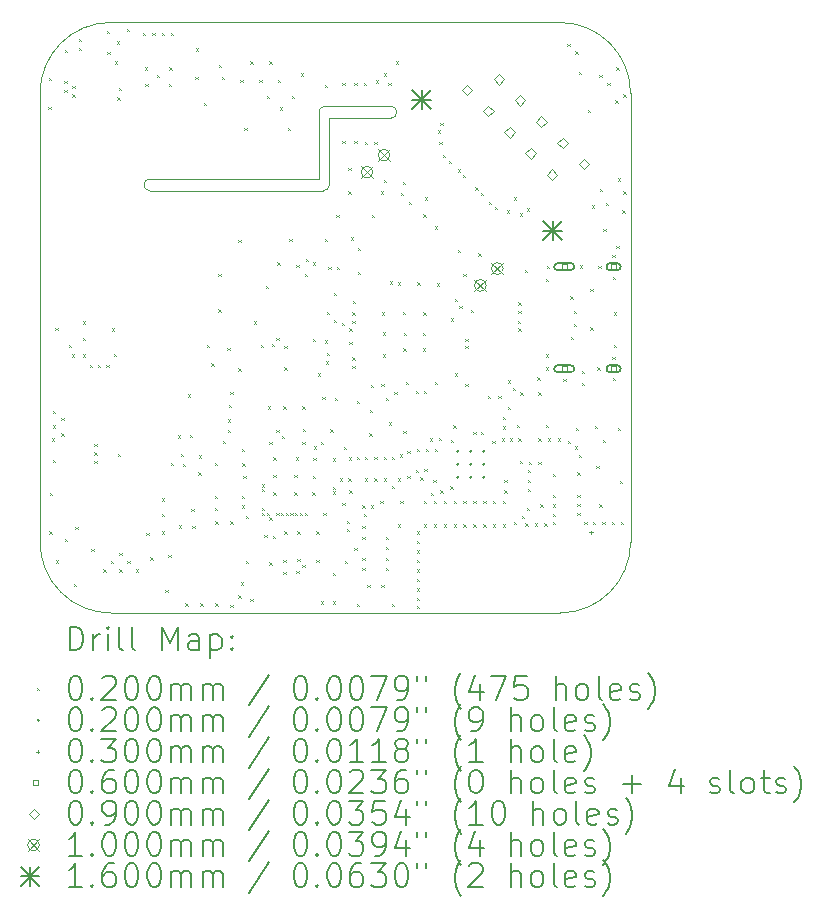
<source format=gbr>
%TF.GenerationSoftware,KiCad,Pcbnew,(6.0.9)*%
%TF.CreationDate,2022-11-26T18:32:48+01:00*%
%TF.ProjectId,repeat-hw,72657065-6174-42d6-9877-2e6b69636164,rev?*%
%TF.SameCoordinates,Original*%
%TF.FileFunction,Drillmap*%
%TF.FilePolarity,Positive*%
%FSLAX45Y45*%
G04 Gerber Fmt 4.5, Leading zero omitted, Abs format (unit mm)*
G04 Created by KiCad (PCBNEW (6.0.9)) date 2022-11-26 18:32:48*
%MOMM*%
%LPD*%
G01*
G04 APERTURE LIST*
%ADD10C,0.100000*%
%ADD11C,0.200000*%
%ADD12C,0.020000*%
%ADD13C,0.030000*%
%ADD14C,0.060000*%
%ADD15C,0.090000*%
%ADD16C,0.160000*%
G04 APERTURE END LIST*
D10*
X14010000Y-9285000D02*
G75*
G03*
X14010000Y-9385000I0J-50000D01*
G01*
X17480000Y-12960000D02*
G75*
G03*
X18080000Y-12360000I0J600000D01*
G01*
X18080000Y-8560000D02*
G75*
G03*
X17480000Y-7960000I-600000J0D01*
G01*
X15480000Y-9385000D02*
G75*
G03*
X15530000Y-9335000I0J50000D01*
G01*
X14010000Y-9285000D02*
X15440000Y-9285000D01*
X14010000Y-9385000D02*
X15480000Y-9385000D01*
X13080000Y-8560000D02*
X13080000Y-12360000D01*
X16051000Y-8770000D02*
G75*
G03*
X16051000Y-8670000I0J50000D01*
G01*
X18080000Y-12360000D02*
X18080000Y-8560000D01*
X15530000Y-9335000D02*
X15530000Y-8770000D01*
X13080000Y-12360000D02*
G75*
G03*
X13680000Y-12960000I600000J0D01*
G01*
X13680000Y-7960000D02*
X17480000Y-7960000D01*
X16051000Y-8670000D02*
X15490000Y-8670000D01*
X15490000Y-8670000D02*
G75*
G03*
X15440000Y-8720000I0J-50000D01*
G01*
X17480000Y-12960000D02*
X13680000Y-12960000D01*
X15440000Y-8720000D02*
X15440000Y-9285000D01*
X15530000Y-8770000D02*
X16051000Y-8770000D01*
X13680000Y-7960000D02*
G75*
G03*
X13080000Y-8560000I0J-600000D01*
G01*
D11*
D12*
X13149000Y-8674000D02*
X13169000Y-8694000D01*
X13169000Y-8674000D02*
X13149000Y-8694000D01*
X13154000Y-8429000D02*
X13174000Y-8449000D01*
X13174000Y-8429000D02*
X13154000Y-8449000D01*
X13160000Y-12270000D02*
X13180000Y-12290000D01*
X13180000Y-12270000D02*
X13160000Y-12290000D01*
X13165000Y-11940000D02*
X13185000Y-11960000D01*
X13185000Y-11940000D02*
X13165000Y-11960000D01*
X13180000Y-11480000D02*
X13200000Y-11500000D01*
X13200000Y-11480000D02*
X13180000Y-11500000D01*
X13190000Y-11250000D02*
X13210000Y-11270000D01*
X13210000Y-11250000D02*
X13190000Y-11270000D01*
X13190000Y-11370000D02*
X13210000Y-11390000D01*
X13210000Y-11370000D02*
X13190000Y-11390000D01*
X13190000Y-11665000D02*
X13210000Y-11685000D01*
X13210000Y-11665000D02*
X13190000Y-11685000D01*
X13208945Y-10547620D02*
X13228945Y-10567620D01*
X13228945Y-10547620D02*
X13208945Y-10567620D01*
X13215000Y-12515000D02*
X13235000Y-12535000D01*
X13235000Y-12515000D02*
X13215000Y-12535000D01*
X13260000Y-11310000D02*
X13280000Y-11330000D01*
X13280000Y-11310000D02*
X13260000Y-11330000D01*
X13260000Y-11440000D02*
X13280000Y-11460000D01*
X13280000Y-11440000D02*
X13260000Y-11460000D01*
X13285000Y-8455000D02*
X13305000Y-8475000D01*
X13305000Y-8455000D02*
X13285000Y-8475000D01*
X13285000Y-8530000D02*
X13305000Y-8550000D01*
X13305000Y-8530000D02*
X13285000Y-8550000D01*
X13290000Y-8193000D02*
X13310000Y-8213000D01*
X13310000Y-8193000D02*
X13290000Y-8213000D01*
X13290000Y-12330000D02*
X13310000Y-12350000D01*
X13310000Y-12330000D02*
X13290000Y-12350000D01*
X13324726Y-10691810D02*
X13344726Y-10711810D01*
X13344726Y-10691810D02*
X13324726Y-10711810D01*
X13350000Y-10770000D02*
X13370000Y-10790000D01*
X13370000Y-10770000D02*
X13350000Y-10790000D01*
X13355000Y-8495000D02*
X13375000Y-8515000D01*
X13375000Y-8495000D02*
X13355000Y-8515000D01*
X13355000Y-8570000D02*
X13375000Y-8590000D01*
X13375000Y-8570000D02*
X13355000Y-8590000D01*
X13365000Y-12715000D02*
X13385000Y-12735000D01*
X13385000Y-12715000D02*
X13365000Y-12735000D01*
X13380000Y-12230000D02*
X13400000Y-12250000D01*
X13400000Y-12230000D02*
X13380000Y-12250000D01*
X13406000Y-8100000D02*
X13426000Y-8120000D01*
X13426000Y-8100000D02*
X13406000Y-8120000D01*
X13408000Y-8177000D02*
X13428000Y-8197000D01*
X13428000Y-8177000D02*
X13408000Y-8197000D01*
X13440000Y-10770000D02*
X13460000Y-10790000D01*
X13460000Y-10770000D02*
X13440000Y-10790000D01*
X13444259Y-10489729D02*
X13464259Y-10509729D01*
X13464259Y-10489729D02*
X13444259Y-10509729D01*
X13444795Y-10632311D02*
X13464795Y-10652311D01*
X13464795Y-10632311D02*
X13444795Y-10652311D01*
X13500000Y-10860000D02*
X13520000Y-10880000D01*
X13520000Y-10860000D02*
X13500000Y-10880000D01*
X13515000Y-12415000D02*
X13535000Y-12435000D01*
X13535000Y-12415000D02*
X13515000Y-12435000D01*
X13540000Y-11530000D02*
X13560000Y-11550000D01*
X13560000Y-11530000D02*
X13540000Y-11550000D01*
X13540000Y-11600000D02*
X13560000Y-11620000D01*
X13560000Y-11600000D02*
X13540000Y-11620000D01*
X13540000Y-11670000D02*
X13560000Y-11690000D01*
X13560000Y-11670000D02*
X13540000Y-11690000D01*
X13570000Y-10860000D02*
X13590000Y-10880000D01*
X13590000Y-10860000D02*
X13570000Y-10880000D01*
X13615000Y-12590000D02*
X13635000Y-12610000D01*
X13635000Y-12590000D02*
X13615000Y-12610000D01*
X13640000Y-10860000D02*
X13660000Y-10880000D01*
X13660000Y-10860000D02*
X13640000Y-10880000D01*
X13647857Y-8030476D02*
X13667857Y-8050476D01*
X13667857Y-8030476D02*
X13647857Y-8050476D01*
X13649248Y-8210542D02*
X13669248Y-8230542D01*
X13669248Y-8210542D02*
X13649248Y-8230542D01*
X13680000Y-12520000D02*
X13700000Y-12540000D01*
X13700000Y-12520000D02*
X13680000Y-12540000D01*
X13687614Y-10549228D02*
X13707614Y-10569228D01*
X13707614Y-10549228D02*
X13687614Y-10569228D01*
X13704231Y-10763101D02*
X13724231Y-10783101D01*
X13724231Y-10763101D02*
X13704231Y-10783101D01*
X13715000Y-8290000D02*
X13735000Y-8310000D01*
X13735000Y-8290000D02*
X13715000Y-8310000D01*
X13730590Y-8120162D02*
X13750590Y-8140162D01*
X13750590Y-8120162D02*
X13730590Y-8140162D01*
X13735000Y-8595000D02*
X13755000Y-8615000D01*
X13755000Y-8595000D02*
X13735000Y-8615000D01*
X13740000Y-11615000D02*
X13760000Y-11635000D01*
X13760000Y-11615000D02*
X13740000Y-11635000D01*
X13745000Y-8515000D02*
X13765000Y-8535000D01*
X13765000Y-8515000D02*
X13745000Y-8535000D01*
X13750000Y-12450000D02*
X13770000Y-12470000D01*
X13770000Y-12450000D02*
X13750000Y-12470000D01*
X13750000Y-12590000D02*
X13770000Y-12610000D01*
X13770000Y-12590000D02*
X13750000Y-12610000D01*
X13815000Y-8015000D02*
X13835000Y-8035000D01*
X13835000Y-8015000D02*
X13815000Y-8035000D01*
X13820000Y-12520000D02*
X13840000Y-12540000D01*
X13840000Y-12520000D02*
X13820000Y-12540000D01*
X13890000Y-12590000D02*
X13910000Y-12610000D01*
X13910000Y-12590000D02*
X13890000Y-12610000D01*
X13950000Y-8050000D02*
X13970000Y-8070000D01*
X13970000Y-8050000D02*
X13950000Y-8070000D01*
X13967292Y-8339931D02*
X13987292Y-8359931D01*
X13987292Y-8339931D02*
X13967292Y-8359931D01*
X13970629Y-8477588D02*
X13990629Y-8497588D01*
X13990629Y-8477588D02*
X13970629Y-8497588D01*
X13980000Y-12280000D02*
X14000000Y-12300000D01*
X14000000Y-12280000D02*
X13980000Y-12300000D01*
X14015000Y-12490000D02*
X14035000Y-12510000D01*
X14035000Y-12490000D02*
X14015000Y-12510000D01*
X14030000Y-8050000D02*
X14050000Y-8070000D01*
X14050000Y-8050000D02*
X14030000Y-8070000D01*
X14070655Y-8403368D02*
X14090655Y-8423368D01*
X14090655Y-8403368D02*
X14070655Y-8423368D01*
X14110000Y-8050000D02*
X14130000Y-8070000D01*
X14130000Y-8050000D02*
X14110000Y-8070000D01*
X14110000Y-11990000D02*
X14130000Y-12010000D01*
X14130000Y-11990000D02*
X14110000Y-12010000D01*
X14110000Y-12120000D02*
X14130000Y-12140000D01*
X14130000Y-12120000D02*
X14110000Y-12140000D01*
X14110000Y-12270000D02*
X14130000Y-12290000D01*
X14130000Y-12270000D02*
X14110000Y-12290000D01*
X14140000Y-12765000D02*
X14160000Y-12785000D01*
X14160000Y-12765000D02*
X14140000Y-12785000D01*
X14165000Y-12465000D02*
X14185000Y-12485000D01*
X14185000Y-12465000D02*
X14165000Y-12485000D01*
X14169188Y-8480091D02*
X14189188Y-8500091D01*
X14189188Y-8480091D02*
X14169188Y-8500091D01*
X14173586Y-8339329D02*
X14193586Y-8359329D01*
X14193586Y-8339329D02*
X14173586Y-8359329D01*
X14190000Y-8050000D02*
X14210000Y-8070000D01*
X14210000Y-8050000D02*
X14190000Y-8070000D01*
X14190000Y-11690000D02*
X14210000Y-11710000D01*
X14210000Y-11690000D02*
X14190000Y-11710000D01*
X14245000Y-11455000D02*
X14265000Y-11475000D01*
X14265000Y-11455000D02*
X14245000Y-11475000D01*
X14257408Y-12216547D02*
X14277408Y-12236547D01*
X14277408Y-12216547D02*
X14257408Y-12236547D01*
X14270000Y-11610000D02*
X14290000Y-11630000D01*
X14290000Y-11610000D02*
X14270000Y-11630000D01*
X14290000Y-11695000D02*
X14310000Y-11715000D01*
X14310000Y-11695000D02*
X14290000Y-11715000D01*
X14309500Y-12879500D02*
X14329500Y-12899500D01*
X14329500Y-12879500D02*
X14309500Y-12899500D01*
X14330000Y-11110000D02*
X14350000Y-11130000D01*
X14350000Y-11110000D02*
X14330000Y-11130000D01*
X14350000Y-11450000D02*
X14370000Y-11470000D01*
X14370000Y-11450000D02*
X14350000Y-11470000D01*
X14360000Y-12080000D02*
X14380000Y-12100000D01*
X14380000Y-12080000D02*
X14360000Y-12100000D01*
X14370000Y-12220000D02*
X14390000Y-12240000D01*
X14390000Y-12220000D02*
X14370000Y-12240000D01*
X14395000Y-8420000D02*
X14415000Y-8440000D01*
X14415000Y-8420000D02*
X14395000Y-8440000D01*
X14400000Y-8180000D02*
X14420000Y-8200000D01*
X14420000Y-8180000D02*
X14400000Y-8200000D01*
X14420000Y-11770000D02*
X14440000Y-11790000D01*
X14440000Y-11770000D02*
X14420000Y-11790000D01*
X14424000Y-11624000D02*
X14444000Y-11644000D01*
X14444000Y-11624000D02*
X14424000Y-11644000D01*
X14437291Y-12879440D02*
X14457291Y-12899440D01*
X14457291Y-12879440D02*
X14437291Y-12899440D01*
X14465000Y-8640000D02*
X14485000Y-8660000D01*
X14485000Y-8640000D02*
X14465000Y-8660000D01*
X14490000Y-10690000D02*
X14510000Y-10710000D01*
X14510000Y-10690000D02*
X14490000Y-10710000D01*
X14530000Y-10845000D02*
X14550000Y-10865000D01*
X14550000Y-10845000D02*
X14530000Y-10865000D01*
X14560000Y-11690000D02*
X14580000Y-11710000D01*
X14580000Y-11690000D02*
X14560000Y-11710000D01*
X14560000Y-11970000D02*
X14580000Y-11990000D01*
X14580000Y-11970000D02*
X14560000Y-11990000D01*
X14560000Y-12070000D02*
X14580000Y-12090000D01*
X14580000Y-12070000D02*
X14560000Y-12090000D01*
X14563500Y-12185000D02*
X14583500Y-12205000D01*
X14583500Y-12185000D02*
X14563500Y-12205000D01*
X14565041Y-12879368D02*
X14585041Y-12899368D01*
X14585041Y-12879368D02*
X14565041Y-12899368D01*
X14590000Y-10090000D02*
X14610000Y-10110000D01*
X14610000Y-10090000D02*
X14590000Y-10110000D01*
X14590000Y-10390000D02*
X14610000Y-10410000D01*
X14610000Y-10390000D02*
X14590000Y-10410000D01*
X14595000Y-8320000D02*
X14615000Y-8340000D01*
X14615000Y-8320000D02*
X14595000Y-8340000D01*
X14620000Y-8420000D02*
X14640000Y-8440000D01*
X14640000Y-8420000D02*
X14620000Y-8440000D01*
X14630000Y-11500000D02*
X14650000Y-11520000D01*
X14650000Y-11500000D02*
X14630000Y-11520000D01*
X14665000Y-10715000D02*
X14685000Y-10735000D01*
X14685000Y-10715000D02*
X14665000Y-10735000D01*
X14670204Y-11320000D02*
X14690204Y-11340000D01*
X14690204Y-11320000D02*
X14670204Y-11340000D01*
X14670204Y-11410000D02*
X14690204Y-11430000D01*
X14690204Y-11410000D02*
X14670204Y-11430000D01*
X14680000Y-11200000D02*
X14700000Y-11220000D01*
X14700000Y-11200000D02*
X14680000Y-11220000D01*
X14690000Y-11090000D02*
X14710000Y-11110000D01*
X14710000Y-11090000D02*
X14690000Y-11110000D01*
X14690000Y-12890000D02*
X14710000Y-12910000D01*
X14710000Y-12890000D02*
X14690000Y-12910000D01*
X14690500Y-12185000D02*
X14710500Y-12205000D01*
X14710500Y-12185000D02*
X14690500Y-12205000D01*
X14760000Y-9800000D02*
X14780000Y-9820000D01*
X14780000Y-9800000D02*
X14760000Y-9820000D01*
X14760000Y-10890000D02*
X14780000Y-10910000D01*
X14780000Y-10890000D02*
X14760000Y-10910000D01*
X14760000Y-12810000D02*
X14780000Y-12830000D01*
X14780000Y-12810000D02*
X14760000Y-12830000D01*
X14776024Y-8444773D02*
X14796024Y-8464773D01*
X14796024Y-8444773D02*
X14776024Y-8464773D01*
X14780000Y-12700000D02*
X14800000Y-12720000D01*
X14800000Y-12700000D02*
X14780000Y-12720000D01*
X14790000Y-11570000D02*
X14810000Y-11590000D01*
X14810000Y-11570000D02*
X14790000Y-11590000D01*
X14790000Y-11970000D02*
X14810000Y-11990000D01*
X14810000Y-11970000D02*
X14790000Y-11990000D01*
X14790000Y-12050000D02*
X14810000Y-12070000D01*
X14810000Y-12050000D02*
X14790000Y-12070000D01*
X14793318Y-11692780D02*
X14813318Y-11712780D01*
X14813318Y-11692780D02*
X14793318Y-11712780D01*
X14800000Y-11800000D02*
X14820000Y-11820000D01*
X14820000Y-11800000D02*
X14800000Y-11820000D01*
X14810000Y-8850000D02*
X14830000Y-8870000D01*
X14830000Y-8850000D02*
X14810000Y-8870000D01*
X14820000Y-12140000D02*
X14840000Y-12160000D01*
X14840000Y-12140000D02*
X14820000Y-12160000D01*
X14820000Y-12520000D02*
X14840000Y-12540000D01*
X14840000Y-12520000D02*
X14820000Y-12540000D01*
X14860000Y-8290000D02*
X14880000Y-8310000D01*
X14880000Y-8290000D02*
X14860000Y-8310000D01*
X14860000Y-12840000D02*
X14880000Y-12860000D01*
X14880000Y-12840000D02*
X14860000Y-12860000D01*
X14890000Y-10490000D02*
X14910000Y-10510000D01*
X14910000Y-10490000D02*
X14890000Y-10510000D01*
X14936000Y-8444000D02*
X14956000Y-8464000D01*
X14956000Y-8444000D02*
X14936000Y-8464000D01*
X14950000Y-10690000D02*
X14970000Y-10710000D01*
X14970000Y-10690000D02*
X14950000Y-10710000D01*
X14960000Y-11870000D02*
X14980000Y-11890000D01*
X14980000Y-11870000D02*
X14960000Y-11890000D01*
X14960000Y-11910000D02*
X14980000Y-11930000D01*
X14980000Y-11910000D02*
X14960000Y-11930000D01*
X14960000Y-12070000D02*
X14980000Y-12090000D01*
X14980000Y-12070000D02*
X14960000Y-12090000D01*
X14960000Y-12110000D02*
X14980000Y-12130000D01*
X14980000Y-12110000D02*
X14960000Y-12130000D01*
X14980000Y-12300000D02*
X15000000Y-12320000D01*
X15000000Y-12300000D02*
X14980000Y-12320000D01*
X14990000Y-10190000D02*
X15010000Y-10210000D01*
X15010000Y-10190000D02*
X14990000Y-10210000D01*
X15000000Y-8580000D02*
X15020000Y-8600000D01*
X15020000Y-8580000D02*
X15000000Y-8600000D01*
X15000000Y-12110000D02*
X15020000Y-12130000D01*
X15020000Y-12110000D02*
X15000000Y-12130000D01*
X15010000Y-11210000D02*
X15030000Y-11230000D01*
X15030000Y-11210000D02*
X15010000Y-11230000D01*
X15020000Y-8290000D02*
X15040000Y-8310000D01*
X15040000Y-8290000D02*
X15020000Y-8310000D01*
X15020000Y-11510000D02*
X15040000Y-11530000D01*
X15040000Y-11510000D02*
X15020000Y-11530000D01*
X15020000Y-12150000D02*
X15040000Y-12170000D01*
X15040000Y-12150000D02*
X15020000Y-12170000D01*
X15020000Y-12530000D02*
X15040000Y-12550000D01*
X15040000Y-12530000D02*
X15020000Y-12550000D01*
X15040000Y-10680000D02*
X15060000Y-10700000D01*
X15060000Y-10680000D02*
X15040000Y-10700000D01*
X15050000Y-12305000D02*
X15070000Y-12325000D01*
X15070000Y-12305000D02*
X15050000Y-12325000D01*
X15054096Y-11640683D02*
X15074096Y-11660683D01*
X15074096Y-11640683D02*
X15054096Y-11660683D01*
X15056338Y-11790876D02*
X15076338Y-11810876D01*
X15076338Y-11790876D02*
X15056338Y-11810876D01*
X15056338Y-11938828D02*
X15076338Y-11958828D01*
X15076338Y-11938828D02*
X15056338Y-11958828D01*
X15080000Y-10630000D02*
X15100000Y-10650000D01*
X15100000Y-10630000D02*
X15080000Y-10650000D01*
X15080000Y-11410000D02*
X15100000Y-11430000D01*
X15100000Y-11410000D02*
X15080000Y-11430000D01*
X15080000Y-12110000D02*
X15100000Y-12130000D01*
X15100000Y-12110000D02*
X15080000Y-12130000D01*
X15090000Y-9990000D02*
X15110000Y-10010000D01*
X15110000Y-9990000D02*
X15090000Y-10010000D01*
X15095122Y-8444889D02*
X15115122Y-8464889D01*
X15115122Y-8444889D02*
X15095122Y-8464889D01*
X15110000Y-8680000D02*
X15130000Y-8700000D01*
X15130000Y-8680000D02*
X15110000Y-8700000D01*
X15120000Y-12110000D02*
X15140000Y-12130000D01*
X15140000Y-12110000D02*
X15120000Y-12130000D01*
X15130000Y-11460000D02*
X15150000Y-11480000D01*
X15150000Y-11460000D02*
X15130000Y-11480000D01*
X15140000Y-11210000D02*
X15160000Y-11230000D01*
X15160000Y-11210000D02*
X15140000Y-11230000D01*
X15140000Y-12510000D02*
X15160000Y-12530000D01*
X15160000Y-12510000D02*
X15140000Y-12530000D01*
X15140000Y-12610000D02*
X15160000Y-12630000D01*
X15160000Y-12610000D02*
X15140000Y-12630000D01*
X15150000Y-10700000D02*
X15170000Y-10720000D01*
X15170000Y-10700000D02*
X15150000Y-10720000D01*
X15150000Y-10880000D02*
X15170000Y-10900000D01*
X15170000Y-10880000D02*
X15150000Y-10900000D01*
X15150000Y-12270000D02*
X15170000Y-12290000D01*
X15170000Y-12270000D02*
X15150000Y-12290000D01*
X15160000Y-12110000D02*
X15180000Y-12130000D01*
X15180000Y-12110000D02*
X15160000Y-12130000D01*
X15180000Y-8850000D02*
X15200000Y-8870000D01*
X15200000Y-8850000D02*
X15180000Y-8870000D01*
X15190000Y-9790000D02*
X15210000Y-9810000D01*
X15210000Y-9790000D02*
X15190000Y-9810000D01*
X15200000Y-12110000D02*
X15220000Y-12130000D01*
X15220000Y-12110000D02*
X15200000Y-12130000D01*
X15210000Y-8580000D02*
X15230000Y-8600000D01*
X15230000Y-8580000D02*
X15210000Y-8600000D01*
X15233432Y-11791997D02*
X15253432Y-11811997D01*
X15253432Y-11791997D02*
X15233432Y-11811997D01*
X15234553Y-11938828D02*
X15254553Y-11958828D01*
X15254553Y-11938828D02*
X15234553Y-11958828D01*
X15240000Y-12110000D02*
X15260000Y-12130000D01*
X15260000Y-12110000D02*
X15240000Y-12130000D01*
X15243519Y-11642924D02*
X15263519Y-11662924D01*
X15263519Y-11642924D02*
X15243519Y-11662924D01*
X15250000Y-10010000D02*
X15270000Y-10030000D01*
X15270000Y-10010000D02*
X15250000Y-10030000D01*
X15250329Y-12604670D02*
X15270329Y-12624670D01*
X15270329Y-12604670D02*
X15250329Y-12624670D01*
X15260000Y-12270000D02*
X15280000Y-12290000D01*
X15280000Y-12270000D02*
X15260000Y-12290000D01*
X15260000Y-12500000D02*
X15280000Y-12520000D01*
X15280000Y-12500000D02*
X15260000Y-12520000D01*
X15280000Y-12110000D02*
X15300000Y-12130000D01*
X15300000Y-12110000D02*
X15280000Y-12130000D01*
X15290000Y-8390000D02*
X15310000Y-8410000D01*
X15310000Y-8390000D02*
X15290000Y-8410000D01*
X15300000Y-11210000D02*
X15320000Y-11230000D01*
X15320000Y-11210000D02*
X15300000Y-11230000D01*
X15300000Y-11510000D02*
X15320000Y-11530000D01*
X15320000Y-11510000D02*
X15300000Y-11530000D01*
X15300292Y-12554391D02*
X15320292Y-12574391D01*
X15320292Y-12554391D02*
X15300292Y-12574391D01*
X15302500Y-11400000D02*
X15322500Y-11420000D01*
X15322500Y-11400000D02*
X15302500Y-11420000D01*
X15320000Y-10090000D02*
X15340000Y-10110000D01*
X15340000Y-10090000D02*
X15320000Y-10110000D01*
X15320000Y-12110000D02*
X15340000Y-12130000D01*
X15340000Y-12110000D02*
X15320000Y-12130000D01*
X15330000Y-9960000D02*
X15350000Y-9980000D01*
X15350000Y-9960000D02*
X15330000Y-9980000D01*
X15386988Y-11937707D02*
X15406988Y-11957707D01*
X15406988Y-11937707D02*
X15386988Y-11957707D01*
X15389230Y-11796480D02*
X15409230Y-11816480D01*
X15409230Y-11796480D02*
X15389230Y-11816480D01*
X15390000Y-9990000D02*
X15410000Y-10010000D01*
X15410000Y-9990000D02*
X15390000Y-10010000D01*
X15390000Y-10640000D02*
X15410000Y-10660000D01*
X15410000Y-10640000D02*
X15390000Y-10660000D01*
X15394834Y-11646287D02*
X15414834Y-11666287D01*
X15414834Y-11646287D02*
X15394834Y-11666287D01*
X15400000Y-11550000D02*
X15420000Y-11570000D01*
X15420000Y-11550000D02*
X15400000Y-11570000D01*
X15420000Y-12270000D02*
X15440000Y-12290000D01*
X15440000Y-12270000D02*
X15420000Y-12290000D01*
X15420000Y-12510000D02*
X15440000Y-12530000D01*
X15440000Y-12510000D02*
X15420000Y-12530000D01*
X15430000Y-10930000D02*
X15450000Y-10950000D01*
X15450000Y-10930000D02*
X15430000Y-10950000D01*
X15460000Y-11510000D02*
X15480000Y-11530000D01*
X15480000Y-11510000D02*
X15460000Y-11530000D01*
X15460000Y-12860000D02*
X15480000Y-12880000D01*
X15480000Y-12860000D02*
X15460000Y-12880000D01*
X15471250Y-11131250D02*
X15491250Y-11151250D01*
X15491250Y-11131250D02*
X15471250Y-11151250D01*
X15480000Y-12110000D02*
X15500000Y-12130000D01*
X15500000Y-12110000D02*
X15480000Y-12130000D01*
X15490000Y-8490000D02*
X15510000Y-8510000D01*
X15510000Y-8490000D02*
X15490000Y-8510000D01*
X15490000Y-9790000D02*
X15510000Y-9810000D01*
X15510000Y-9790000D02*
X15490000Y-9810000D01*
X15490000Y-10650000D02*
X15510000Y-10670000D01*
X15510000Y-10650000D02*
X15490000Y-10670000D01*
X15500000Y-10830000D02*
X15520000Y-10850000D01*
X15520000Y-10830000D02*
X15500000Y-10850000D01*
X15510000Y-10410000D02*
X15530000Y-10430000D01*
X15530000Y-10410000D02*
X15510000Y-10430000D01*
X15510000Y-10760000D02*
X15530000Y-10780000D01*
X15530000Y-10760000D02*
X15510000Y-10780000D01*
X15522500Y-10027500D02*
X15542500Y-10047500D01*
X15542500Y-10027500D02*
X15522500Y-10047500D01*
X15536760Y-11404704D02*
X15556760Y-11424704D01*
X15556760Y-11404704D02*
X15536760Y-11424704D01*
X15560000Y-11650000D02*
X15580000Y-11670000D01*
X15580000Y-11650000D02*
X15560000Y-11670000D01*
X15560000Y-11890000D02*
X15580000Y-11910000D01*
X15580000Y-11890000D02*
X15560000Y-11910000D01*
X15560000Y-11930000D02*
X15580000Y-11950000D01*
X15580000Y-11930000D02*
X15560000Y-11950000D01*
X15560000Y-12620000D02*
X15580000Y-12640000D01*
X15580000Y-12620000D02*
X15560000Y-12640000D01*
X15560000Y-12860000D02*
X15580000Y-12880000D01*
X15580000Y-12860000D02*
X15560000Y-12880000D01*
X15570000Y-10250000D02*
X15590000Y-10270000D01*
X15590000Y-10250000D02*
X15570000Y-10270000D01*
X15570000Y-10480000D02*
X15590000Y-10500000D01*
X15590000Y-10480000D02*
X15570000Y-10500000D01*
X15575000Y-11140000D02*
X15595000Y-11160000D01*
X15595000Y-11140000D02*
X15575000Y-11160000D01*
X15590000Y-9590000D02*
X15610000Y-9610000D01*
X15610000Y-9590000D02*
X15590000Y-9610000D01*
X15592500Y-10027500D02*
X15612500Y-10047500D01*
X15612500Y-10027500D02*
X15592500Y-10047500D01*
X15620000Y-11820000D02*
X15640000Y-11840000D01*
X15640000Y-11820000D02*
X15620000Y-11840000D01*
X15635000Y-10505000D02*
X15655000Y-10525000D01*
X15655000Y-10505000D02*
X15635000Y-10525000D01*
X15640000Y-8470000D02*
X15660000Y-8490000D01*
X15660000Y-8470000D02*
X15640000Y-8490000D01*
X15640000Y-8960000D02*
X15660000Y-8980000D01*
X15660000Y-8960000D02*
X15640000Y-8980000D01*
X15640000Y-12030000D02*
X15660000Y-12050000D01*
X15660000Y-12030000D02*
X15640000Y-12050000D01*
X15651681Y-11553229D02*
X15671681Y-11573229D01*
X15671681Y-11553229D02*
X15651681Y-11573229D01*
X15660000Y-12520000D02*
X15680000Y-12540000D01*
X15680000Y-12520000D02*
X15660000Y-12540000D01*
X15680000Y-12180000D02*
X15700000Y-12200000D01*
X15700000Y-12180000D02*
X15680000Y-12200000D01*
X15680000Y-12250000D02*
X15700000Y-12270000D01*
X15700000Y-12250000D02*
X15680000Y-12270000D01*
X15690000Y-9190000D02*
X15710000Y-9210000D01*
X15710000Y-9190000D02*
X15690000Y-9210000D01*
X15690000Y-9390000D02*
X15710000Y-9410000D01*
X15710000Y-9390000D02*
X15690000Y-9410000D01*
X15690000Y-11820000D02*
X15710000Y-11840000D01*
X15710000Y-11820000D02*
X15690000Y-11840000D01*
X15695960Y-11640794D02*
X15715960Y-11660794D01*
X15715960Y-11640794D02*
X15695960Y-11660794D01*
X15698397Y-10665000D02*
X15718397Y-10685000D01*
X15718397Y-10665000D02*
X15698397Y-10685000D01*
X15700000Y-10550000D02*
X15720000Y-10570000D01*
X15720000Y-10550000D02*
X15700000Y-10570000D01*
X15700000Y-11920000D02*
X15720000Y-11940000D01*
X15720000Y-11920000D02*
X15700000Y-11940000D01*
X15710000Y-9780000D02*
X15730000Y-9800000D01*
X15730000Y-9780000D02*
X15710000Y-9800000D01*
X15724218Y-10486191D02*
X15744218Y-10506191D01*
X15744218Y-10486191D02*
X15724218Y-10506191D01*
X15725000Y-10415000D02*
X15745000Y-10435000D01*
X15745000Y-10415000D02*
X15725000Y-10435000D01*
X15725000Y-10795000D02*
X15745000Y-10815000D01*
X15745000Y-10795000D02*
X15725000Y-10815000D01*
X15725000Y-10865000D02*
X15745000Y-10885000D01*
X15745000Y-10865000D02*
X15725000Y-10885000D01*
X15726431Y-10314997D02*
X15746431Y-10334997D01*
X15746431Y-10314997D02*
X15726431Y-10334997D01*
X15740000Y-8470000D02*
X15760000Y-8490000D01*
X15760000Y-8470000D02*
X15740000Y-8490000D01*
X15740000Y-8960000D02*
X15760000Y-8980000D01*
X15760000Y-8960000D02*
X15740000Y-8980000D01*
X15740000Y-12410000D02*
X15760000Y-12430000D01*
X15760000Y-12410000D02*
X15740000Y-12430000D01*
X15760000Y-11640000D02*
X15780000Y-11660000D01*
X15780000Y-11640000D02*
X15760000Y-11660000D01*
X15760000Y-12880000D02*
X15780000Y-12900000D01*
X15780000Y-12880000D02*
X15760000Y-12900000D01*
X15765000Y-11165000D02*
X15785000Y-11185000D01*
X15785000Y-11165000D02*
X15765000Y-11185000D01*
X15770000Y-9870000D02*
X15790000Y-9890000D01*
X15790000Y-9870000D02*
X15770000Y-9890000D01*
X15770000Y-10070000D02*
X15790000Y-10090000D01*
X15790000Y-10070000D02*
X15770000Y-10090000D01*
X15810000Y-12050000D02*
X15830000Y-12070000D01*
X15830000Y-12050000D02*
X15810000Y-12070000D01*
X15810000Y-12220000D02*
X15830000Y-12240000D01*
X15830000Y-12220000D02*
X15810000Y-12240000D01*
X15810000Y-12313000D02*
X15830000Y-12333000D01*
X15830000Y-12313000D02*
X15810000Y-12333000D01*
X15810000Y-12491000D02*
X15830000Y-12511000D01*
X15830000Y-12491000D02*
X15810000Y-12511000D01*
X15810000Y-12580000D02*
X15830000Y-12600000D01*
X15830000Y-12580000D02*
X15810000Y-12600000D01*
X15820000Y-8470000D02*
X15840000Y-8490000D01*
X15840000Y-8470000D02*
X15820000Y-8490000D01*
X15820000Y-12120000D02*
X15840000Y-12140000D01*
X15840000Y-12120000D02*
X15820000Y-12140000D01*
X15830000Y-8970000D02*
X15850000Y-8990000D01*
X15850000Y-8970000D02*
X15830000Y-8990000D01*
X15830000Y-11640000D02*
X15850000Y-11660000D01*
X15850000Y-11640000D02*
X15830000Y-11660000D01*
X15830000Y-11820000D02*
X15850000Y-11840000D01*
X15850000Y-11820000D02*
X15830000Y-11840000D01*
X15850000Y-12720000D02*
X15870000Y-12740000D01*
X15870000Y-12720000D02*
X15850000Y-12740000D01*
X15867500Y-11440000D02*
X15887500Y-11460000D01*
X15887500Y-11440000D02*
X15867500Y-11460000D01*
X15870000Y-11240000D02*
X15890000Y-11260000D01*
X15890000Y-11240000D02*
X15870000Y-11260000D01*
X15880000Y-11030000D02*
X15900000Y-11050000D01*
X15900000Y-11030000D02*
X15880000Y-11050000D01*
X15880000Y-12050000D02*
X15900000Y-12070000D01*
X15900000Y-12050000D02*
X15880000Y-12070000D01*
X15890000Y-9590000D02*
X15910000Y-9610000D01*
X15910000Y-9590000D02*
X15890000Y-9610000D01*
X15910000Y-8970000D02*
X15930000Y-8990000D01*
X15930000Y-8970000D02*
X15910000Y-8990000D01*
X15910000Y-11640000D02*
X15930000Y-11660000D01*
X15930000Y-11640000D02*
X15910000Y-11660000D01*
X15910000Y-11820000D02*
X15930000Y-11840000D01*
X15930000Y-11820000D02*
X15910000Y-11840000D01*
X15925000Y-8450000D02*
X15945000Y-8470000D01*
X15945000Y-8450000D02*
X15925000Y-8470000D01*
X15960000Y-12010000D02*
X15980000Y-12030000D01*
X15980000Y-12010000D02*
X15960000Y-12030000D01*
X15965000Y-9390000D02*
X15985000Y-9410000D01*
X15985000Y-9390000D02*
X15965000Y-9410000D01*
X15970000Y-11020050D02*
X15990000Y-11040050D01*
X15990000Y-11020050D02*
X15970000Y-11040050D01*
X15970000Y-12720000D02*
X15990000Y-12740000D01*
X15990000Y-12720000D02*
X15970000Y-12740000D01*
X15975000Y-10415000D02*
X15995000Y-10435000D01*
X15995000Y-10415000D02*
X15975000Y-10435000D01*
X15980815Y-10583782D02*
X16000815Y-10603782D01*
X16000815Y-10583782D02*
X15980815Y-10603782D01*
X15981585Y-10769377D02*
X16001585Y-10789377D01*
X16001585Y-10769377D02*
X15981585Y-10789377D01*
X15990000Y-8390000D02*
X16010000Y-8410000D01*
X16010000Y-8390000D02*
X15990000Y-8410000D01*
X15990000Y-9290000D02*
X16010000Y-9310000D01*
X16010000Y-9290000D02*
X15990000Y-9310000D01*
X15990000Y-11640000D02*
X16010000Y-11660000D01*
X16010000Y-11640000D02*
X15990000Y-11660000D01*
X15990000Y-11820000D02*
X16010000Y-11840000D01*
X16010000Y-11820000D02*
X15990000Y-11840000D01*
X16010000Y-11140000D02*
X16030000Y-11160000D01*
X16030000Y-11140000D02*
X16010000Y-11160000D01*
X16010000Y-12313000D02*
X16030000Y-12333000D01*
X16030000Y-12313000D02*
X16010000Y-12333000D01*
X16010000Y-12402000D02*
X16030000Y-12422000D01*
X16030000Y-12402000D02*
X16010000Y-12422000D01*
X16010000Y-12491000D02*
X16030000Y-12511000D01*
X16030000Y-12491000D02*
X16010000Y-12511000D01*
X16010000Y-12580000D02*
X16030000Y-12600000D01*
X16030000Y-12580000D02*
X16010000Y-12600000D01*
X16030000Y-8470000D02*
X16050000Y-8490000D01*
X16050000Y-8470000D02*
X16030000Y-8490000D01*
X16032500Y-11345000D02*
X16052500Y-11365000D01*
X16052500Y-11345000D02*
X16032500Y-11365000D01*
X16041213Y-10151213D02*
X16061213Y-10171213D01*
X16061213Y-10151213D02*
X16041213Y-10171213D01*
X16060000Y-11640000D02*
X16080000Y-11660000D01*
X16080000Y-11640000D02*
X16060000Y-11660000D01*
X16060000Y-11885000D02*
X16080000Y-11905000D01*
X16080000Y-11885000D02*
X16060000Y-11905000D01*
X16060000Y-12880000D02*
X16080000Y-12900000D01*
X16080000Y-12880000D02*
X16060000Y-12900000D01*
X16080000Y-11090000D02*
X16100000Y-11110000D01*
X16100000Y-11090000D02*
X16080000Y-11110000D01*
X16090000Y-8290000D02*
X16110000Y-8310000D01*
X16110000Y-8290000D02*
X16090000Y-8310000D01*
X16110000Y-10160000D02*
X16130000Y-10180000D01*
X16130000Y-10160000D02*
X16110000Y-10180000D01*
X16110000Y-11820000D02*
X16130000Y-11840000D01*
X16130000Y-11820000D02*
X16110000Y-11840000D01*
X16110000Y-12210000D02*
X16130000Y-12230000D01*
X16130000Y-12210000D02*
X16110000Y-12230000D01*
X16126035Y-11616063D02*
X16146035Y-11636063D01*
X16146035Y-11616063D02*
X16126035Y-11636063D01*
X16130000Y-12010000D02*
X16150000Y-12030000D01*
X16150000Y-12010000D02*
X16130000Y-12030000D01*
X16133278Y-9403278D02*
X16153278Y-9423278D01*
X16153278Y-9403278D02*
X16133278Y-9423278D01*
X16150000Y-9310000D02*
X16170000Y-9330000D01*
X16170000Y-9310000D02*
X16150000Y-9330000D01*
X16151778Y-10412820D02*
X16171778Y-10432820D01*
X16171778Y-10412820D02*
X16151778Y-10432820D01*
X16155000Y-11417500D02*
X16175000Y-11437500D01*
X16175000Y-11417500D02*
X16155000Y-11437500D01*
X16155198Y-10718460D02*
X16175198Y-10738460D01*
X16175198Y-10718460D02*
X16155198Y-10738460D01*
X16159479Y-10589943D02*
X16179479Y-10609943D01*
X16179479Y-10589943D02*
X16159479Y-10609943D01*
X16175522Y-11001045D02*
X16195522Y-11021045D01*
X16195522Y-11001045D02*
X16175522Y-11021045D01*
X16188417Y-11585539D02*
X16208417Y-11605539D01*
X16208417Y-11585539D02*
X16188417Y-11605539D01*
X16190000Y-11800000D02*
X16210000Y-11820000D01*
X16210000Y-11800000D02*
X16190000Y-11820000D01*
X16200000Y-9480000D02*
X16220000Y-9500000D01*
X16220000Y-9480000D02*
X16200000Y-9500000D01*
X16260000Y-11080000D02*
X16280000Y-11100000D01*
X16280000Y-11080000D02*
X16260000Y-11100000D01*
X16260000Y-11750000D02*
X16280000Y-11770000D01*
X16280000Y-11750000D02*
X16260000Y-11770000D01*
X16269840Y-11572075D02*
X16289840Y-11592075D01*
X16289840Y-11572075D02*
X16269840Y-11592075D01*
X16270000Y-12270000D02*
X16290000Y-12290000D01*
X16290000Y-12270000D02*
X16270000Y-12290000D01*
X16270000Y-12350000D02*
X16290000Y-12370000D01*
X16290000Y-12350000D02*
X16270000Y-12370000D01*
X16270000Y-12430000D02*
X16290000Y-12450000D01*
X16290000Y-12430000D02*
X16270000Y-12450000D01*
X16270000Y-12510000D02*
X16290000Y-12530000D01*
X16290000Y-12510000D02*
X16270000Y-12530000D01*
X16270000Y-12590000D02*
X16290000Y-12610000D01*
X16290000Y-12590000D02*
X16270000Y-12610000D01*
X16270000Y-12670000D02*
X16290000Y-12690000D01*
X16290000Y-12670000D02*
X16270000Y-12690000D01*
X16270000Y-12750000D02*
X16290000Y-12770000D01*
X16290000Y-12750000D02*
X16270000Y-12770000D01*
X16270000Y-12830000D02*
X16290000Y-12850000D01*
X16290000Y-12830000D02*
X16270000Y-12850000D01*
X16270000Y-12900000D02*
X16290000Y-12920000D01*
X16290000Y-12900000D02*
X16270000Y-12920000D01*
X16275000Y-10160000D02*
X16295000Y-10180000D01*
X16295000Y-10160000D02*
X16275000Y-10180000D01*
X16300000Y-11810000D02*
X16320000Y-11830000D01*
X16320000Y-11810000D02*
X16300000Y-11830000D01*
X16320000Y-10720000D02*
X16340000Y-10740000D01*
X16340000Y-10720000D02*
X16320000Y-10740000D01*
X16322741Y-10589943D02*
X16342741Y-10609943D01*
X16342741Y-10589943D02*
X16322741Y-10609943D01*
X16325000Y-9585000D02*
X16345000Y-9605000D01*
X16345000Y-9585000D02*
X16325000Y-9605000D01*
X16325000Y-10415000D02*
X16345000Y-10435000D01*
X16345000Y-10415000D02*
X16325000Y-10435000D01*
X16329778Y-12010000D02*
X16349778Y-12030000D01*
X16349778Y-12010000D02*
X16329778Y-12030000D01*
X16329778Y-12210000D02*
X16349778Y-12230000D01*
X16349778Y-12210000D02*
X16329778Y-12230000D01*
X16330000Y-11080000D02*
X16350000Y-11100000D01*
X16350000Y-11080000D02*
X16330000Y-11100000D01*
X16335000Y-11740000D02*
X16355000Y-11760000D01*
X16355000Y-11740000D02*
X16335000Y-11760000D01*
X16337764Y-9442236D02*
X16357764Y-9462236D01*
X16357764Y-9442236D02*
X16337764Y-9462236D01*
X16346874Y-11572830D02*
X16366874Y-11592830D01*
X16366874Y-11572830D02*
X16346874Y-11592830D01*
X16380000Y-11480000D02*
X16400000Y-11500000D01*
X16400000Y-11480000D02*
X16380000Y-11500000D01*
X16390000Y-11940000D02*
X16410000Y-11960000D01*
X16410000Y-11940000D02*
X16390000Y-11960000D01*
X16410000Y-11830000D02*
X16430000Y-11850000D01*
X16430000Y-11830000D02*
X16410000Y-11850000D01*
X16413555Y-12010000D02*
X16433555Y-12030000D01*
X16433555Y-12010000D02*
X16413555Y-12030000D01*
X16413555Y-12210000D02*
X16433555Y-12230000D01*
X16433555Y-12210000D02*
X16413555Y-12230000D01*
X16423396Y-11571992D02*
X16443396Y-11591992D01*
X16443396Y-11571992D02*
X16423396Y-11591992D01*
X16424634Y-9685366D02*
X16444634Y-9705366D01*
X16444634Y-9685366D02*
X16424634Y-9705366D01*
X16425434Y-11000984D02*
X16445434Y-11020984D01*
X16445434Y-11000984D02*
X16425434Y-11020984D01*
X16440000Y-10170000D02*
X16460000Y-10190000D01*
X16460000Y-10170000D02*
X16440000Y-10190000D01*
X16446059Y-8873941D02*
X16466059Y-8893941D01*
X16466059Y-8873941D02*
X16446059Y-8893941D01*
X16455000Y-11475000D02*
X16475000Y-11495000D01*
X16475000Y-11475000D02*
X16455000Y-11495000D01*
X16460000Y-8970000D02*
X16480000Y-8990000D01*
X16480000Y-8970000D02*
X16460000Y-8990000D01*
X16470000Y-8810000D02*
X16490000Y-8830000D01*
X16490000Y-8810000D02*
X16470000Y-8830000D01*
X16470000Y-11920000D02*
X16490000Y-11940000D01*
X16490000Y-11920000D02*
X16470000Y-11940000D01*
X16490000Y-9080000D02*
X16510000Y-9100000D01*
X16510000Y-9080000D02*
X16490000Y-9100000D01*
X16497333Y-12010000D02*
X16517333Y-12030000D01*
X16517333Y-12010000D02*
X16497333Y-12030000D01*
X16497333Y-12210000D02*
X16517333Y-12230000D01*
X16517333Y-12210000D02*
X16497333Y-12230000D01*
X16540000Y-9130000D02*
X16560000Y-9150000D01*
X16560000Y-9130000D02*
X16540000Y-9150000D01*
X16553750Y-11886250D02*
X16573750Y-11906250D01*
X16573750Y-11886250D02*
X16553750Y-11906250D01*
X16560000Y-11495000D02*
X16580000Y-11515000D01*
X16580000Y-11495000D02*
X16560000Y-11515000D01*
X16560160Y-10464125D02*
X16580160Y-10484125D01*
X16580160Y-10464125D02*
X16560160Y-10484125D01*
X16580000Y-11370000D02*
X16600000Y-11390000D01*
X16600000Y-11370000D02*
X16580000Y-11390000D01*
X16581111Y-12010000D02*
X16601111Y-12030000D01*
X16601111Y-12010000D02*
X16581111Y-12030000D01*
X16581111Y-12210000D02*
X16601111Y-12230000D01*
X16601111Y-12210000D02*
X16581111Y-12230000D01*
X16590000Y-10300000D02*
X16610000Y-10320000D01*
X16610000Y-10300000D02*
X16590000Y-10320000D01*
X16590000Y-10930000D02*
X16610000Y-10950000D01*
X16610000Y-10930000D02*
X16590000Y-10950000D01*
X16615000Y-9205000D02*
X16635000Y-9225000D01*
X16635000Y-9205000D02*
X16615000Y-9225000D01*
X16616066Y-9886066D02*
X16636066Y-9906066D01*
X16636066Y-9886066D02*
X16616066Y-9906066D01*
X16630000Y-10360000D02*
X16650000Y-10380000D01*
X16650000Y-10360000D02*
X16630000Y-10380000D01*
X16660000Y-9250000D02*
X16680000Y-9270000D01*
X16680000Y-9250000D02*
X16660000Y-9270000D01*
X16664889Y-12010000D02*
X16684889Y-12030000D01*
X16684889Y-12010000D02*
X16664889Y-12030000D01*
X16664889Y-12210000D02*
X16684889Y-12230000D01*
X16684889Y-12210000D02*
X16664889Y-12230000D01*
X16665000Y-10090000D02*
X16685000Y-10110000D01*
X16685000Y-10090000D02*
X16665000Y-10110000D01*
X16680000Y-10640000D02*
X16700000Y-10660000D01*
X16700000Y-10640000D02*
X16680000Y-10660000D01*
X16680000Y-10700000D02*
X16700000Y-10720000D01*
X16700000Y-10700000D02*
X16680000Y-10720000D01*
X16680000Y-11020000D02*
X16700000Y-11040000D01*
X16700000Y-11020000D02*
X16680000Y-11040000D01*
X16727021Y-10395445D02*
X16747021Y-10415445D01*
X16747021Y-10395445D02*
X16727021Y-10415445D01*
X16748667Y-12010000D02*
X16768667Y-12030000D01*
X16768667Y-12010000D02*
X16748667Y-12030000D01*
X16748667Y-12210000D02*
X16768667Y-12230000D01*
X16768667Y-12210000D02*
X16748667Y-12230000D01*
X16749479Y-11427654D02*
X16769479Y-11447654D01*
X16769479Y-11427654D02*
X16749479Y-11447654D01*
X16765000Y-9355000D02*
X16785000Y-9375000D01*
X16785000Y-9355000D02*
X16765000Y-9375000D01*
X16790000Y-9915000D02*
X16810000Y-9935000D01*
X16810000Y-9915000D02*
X16790000Y-9935000D01*
X16810000Y-9400000D02*
X16830000Y-9420000D01*
X16830000Y-9400000D02*
X16810000Y-9420000D01*
X16813750Y-11423750D02*
X16833750Y-11443750D01*
X16833750Y-11423750D02*
X16813750Y-11443750D01*
X16832444Y-12010000D02*
X16852444Y-12030000D01*
X16852444Y-12010000D02*
X16832444Y-12030000D01*
X16832444Y-12210000D02*
X16852444Y-12230000D01*
X16852444Y-12210000D02*
X16832444Y-12230000D01*
X16870000Y-11120000D02*
X16890000Y-11140000D01*
X16890000Y-11120000D02*
X16870000Y-11140000D01*
X16880000Y-9480000D02*
X16900000Y-9500000D01*
X16900000Y-9480000D02*
X16880000Y-9500000D01*
X16910000Y-11500000D02*
X16930000Y-11520000D01*
X16930000Y-11500000D02*
X16910000Y-11520000D01*
X16916222Y-12010000D02*
X16936222Y-12030000D01*
X16936222Y-12010000D02*
X16916222Y-12030000D01*
X16916222Y-12210000D02*
X16936222Y-12230000D01*
X16936222Y-12210000D02*
X16916222Y-12230000D01*
X16930000Y-9520000D02*
X16950000Y-9540000D01*
X16950000Y-9520000D02*
X16930000Y-9540000D01*
X16960000Y-11120000D02*
X16980000Y-11140000D01*
X16980000Y-11120000D02*
X16960000Y-11140000D01*
X16990000Y-11480000D02*
X17010000Y-11500000D01*
X17010000Y-11480000D02*
X16990000Y-11500000D01*
X17000000Y-11300000D02*
X17020000Y-11320000D01*
X17020000Y-11300000D02*
X17000000Y-11320000D01*
X17000000Y-11380000D02*
X17020000Y-11400000D01*
X17020000Y-11380000D02*
X17000000Y-11400000D01*
X17000000Y-12010000D02*
X17020000Y-12030000D01*
X17020000Y-12010000D02*
X17000000Y-12030000D01*
X17000000Y-12210000D02*
X17020000Y-12230000D01*
X17020000Y-12210000D02*
X17000000Y-12230000D01*
X17010000Y-11830000D02*
X17030000Y-11850000D01*
X17030000Y-11830000D02*
X17010000Y-11850000D01*
X17010000Y-11920000D02*
X17030000Y-11940000D01*
X17030000Y-11920000D02*
X17010000Y-11940000D01*
X17030000Y-9550000D02*
X17050000Y-9570000D01*
X17050000Y-9550000D02*
X17030000Y-9570000D01*
X17040000Y-10990000D02*
X17060000Y-11010000D01*
X17060000Y-10990000D02*
X17040000Y-11010000D01*
X17040000Y-11215000D02*
X17060000Y-11235000D01*
X17060000Y-11215000D02*
X17040000Y-11235000D01*
X17060000Y-11480000D02*
X17080000Y-11500000D01*
X17080000Y-11480000D02*
X17060000Y-11500000D01*
X17085000Y-11055000D02*
X17105000Y-11075000D01*
X17105000Y-11055000D02*
X17085000Y-11075000D01*
X17090000Y-9440000D02*
X17110000Y-9460000D01*
X17110000Y-9440000D02*
X17090000Y-9460000D01*
X17090000Y-12190000D02*
X17110000Y-12210000D01*
X17110000Y-12190000D02*
X17090000Y-12210000D01*
X17115000Y-11365000D02*
X17135000Y-11385000D01*
X17135000Y-11365000D02*
X17115000Y-11385000D01*
X17125000Y-10485000D02*
X17145000Y-10505000D01*
X17145000Y-10485000D02*
X17125000Y-10505000D01*
X17130000Y-10330000D02*
X17150000Y-10350000D01*
X17150000Y-10330000D02*
X17130000Y-10350000D01*
X17130000Y-10400000D02*
X17150000Y-10420000D01*
X17150000Y-10400000D02*
X17130000Y-10420000D01*
X17130000Y-10550000D02*
X17150000Y-10570000D01*
X17150000Y-10550000D02*
X17130000Y-10570000D01*
X17130000Y-11480000D02*
X17150000Y-11500000D01*
X17150000Y-11480000D02*
X17130000Y-11500000D01*
X17140000Y-11670000D02*
X17160000Y-11690000D01*
X17160000Y-11670000D02*
X17140000Y-11690000D01*
X17145000Y-9575000D02*
X17165000Y-9595000D01*
X17165000Y-9575000D02*
X17145000Y-9595000D01*
X17148000Y-11092000D02*
X17168000Y-11112000D01*
X17168000Y-11092000D02*
X17148000Y-11112000D01*
X17160000Y-12140000D02*
X17180000Y-12160000D01*
X17180000Y-12140000D02*
X17160000Y-12160000D01*
X17185000Y-10055000D02*
X17205000Y-10075000D01*
X17205000Y-10055000D02*
X17185000Y-10075000D01*
X17190000Y-12200000D02*
X17210000Y-12220000D01*
X17210000Y-12200000D02*
X17190000Y-12220000D01*
X17200000Y-9535000D02*
X17220000Y-9555000D01*
X17220000Y-9535000D02*
X17200000Y-9555000D01*
X17200000Y-12070000D02*
X17220000Y-12090000D01*
X17220000Y-12070000D02*
X17200000Y-12090000D01*
X17210000Y-11750000D02*
X17230000Y-11770000D01*
X17230000Y-11750000D02*
X17210000Y-11770000D01*
X17210000Y-11830000D02*
X17230000Y-11850000D01*
X17230000Y-11830000D02*
X17210000Y-11850000D01*
X17210000Y-11910000D02*
X17230000Y-11930000D01*
X17230000Y-11910000D02*
X17210000Y-11930000D01*
X17216250Y-11680000D02*
X17236250Y-11700000D01*
X17236250Y-11680000D02*
X17216250Y-11700000D01*
X17270000Y-12200000D02*
X17290000Y-12220000D01*
X17290000Y-12200000D02*
X17270000Y-12220000D01*
X17290000Y-10965000D02*
X17310000Y-10985000D01*
X17310000Y-10965000D02*
X17290000Y-10985000D01*
X17298000Y-11092000D02*
X17318000Y-11112000D01*
X17318000Y-11092000D02*
X17298000Y-11112000D01*
X17299167Y-11480000D02*
X17319167Y-11500000D01*
X17319167Y-11480000D02*
X17299167Y-11500000D01*
X17299167Y-11680000D02*
X17319167Y-11700000D01*
X17319167Y-11680000D02*
X17299167Y-11700000D01*
X17315000Y-12040000D02*
X17335000Y-12060000D01*
X17335000Y-12040000D02*
X17315000Y-12060000D01*
X17350000Y-12200000D02*
X17370000Y-12220000D01*
X17370000Y-12200000D02*
X17350000Y-12220000D01*
X17360000Y-10130000D02*
X17380000Y-10150000D01*
X17380000Y-10130000D02*
X17360000Y-10150000D01*
X17360000Y-10770000D02*
X17380000Y-10790000D01*
X17380000Y-10770000D02*
X17360000Y-10790000D01*
X17360000Y-10880000D02*
X17380000Y-10900000D01*
X17380000Y-10880000D02*
X17360000Y-10900000D01*
X17365000Y-11365000D02*
X17385000Y-11385000D01*
X17385000Y-11365000D02*
X17365000Y-11385000D01*
X17368928Y-10018922D02*
X17388928Y-10038922D01*
X17388928Y-10018922D02*
X17368928Y-10038922D01*
X17382083Y-11480000D02*
X17402083Y-11500000D01*
X17402083Y-11480000D02*
X17382083Y-11500000D01*
X17420000Y-11780000D02*
X17440000Y-11800000D01*
X17440000Y-11780000D02*
X17420000Y-11800000D01*
X17420000Y-11960000D02*
X17440000Y-11980000D01*
X17440000Y-11960000D02*
X17420000Y-11980000D01*
X17420000Y-12040000D02*
X17440000Y-12060000D01*
X17440000Y-12040000D02*
X17420000Y-12060000D01*
X17420000Y-12120000D02*
X17440000Y-12140000D01*
X17440000Y-12120000D02*
X17420000Y-12140000D01*
X17420000Y-12190000D02*
X17440000Y-12210000D01*
X17440000Y-12190000D02*
X17420000Y-12210000D01*
X17465000Y-11480000D02*
X17485000Y-11500000D01*
X17485000Y-11480000D02*
X17465000Y-11500000D01*
X17510000Y-10980000D02*
X17530000Y-11000000D01*
X17530000Y-10980000D02*
X17510000Y-11000000D01*
X17543532Y-8140000D02*
X17563532Y-8160000D01*
X17563532Y-8140000D02*
X17543532Y-8160000D01*
X17550000Y-11500000D02*
X17570000Y-11520000D01*
X17570000Y-11500000D02*
X17550000Y-11520000D01*
X17570000Y-10280000D02*
X17590000Y-10300000D01*
X17590000Y-10280000D02*
X17570000Y-10300000D01*
X17574500Y-10624500D02*
X17594500Y-10644500D01*
X17594500Y-10624500D02*
X17574500Y-10644500D01*
X17600000Y-10400000D02*
X17620000Y-10420000D01*
X17620000Y-10400000D02*
X17600000Y-10420000D01*
X17600000Y-10510000D02*
X17620000Y-10530000D01*
X17620000Y-10510000D02*
X17600000Y-10530000D01*
X17610000Y-11550000D02*
X17630000Y-11570000D01*
X17630000Y-11550000D02*
X17610000Y-11570000D01*
X17613234Y-8203234D02*
X17633234Y-8223234D01*
X17633234Y-8203234D02*
X17613234Y-8223234D01*
X17615000Y-11390000D02*
X17635000Y-11410000D01*
X17635000Y-11390000D02*
X17615000Y-11410000D01*
X17629480Y-12034129D02*
X17649480Y-12054129D01*
X17649480Y-12034129D02*
X17629480Y-12054129D01*
X17630000Y-11770000D02*
X17650000Y-11790000D01*
X17650000Y-11770000D02*
X17630000Y-11790000D01*
X17630000Y-11960000D02*
X17650000Y-11980000D01*
X17650000Y-11960000D02*
X17630000Y-11980000D01*
X17630000Y-12110000D02*
X17650000Y-12130000D01*
X17650000Y-12110000D02*
X17630000Y-12130000D01*
X17640000Y-8380000D02*
X17660000Y-8400000D01*
X17660000Y-8380000D02*
X17640000Y-8400000D01*
X17640000Y-11620000D02*
X17660000Y-11640000D01*
X17660000Y-11620000D02*
X17640000Y-11640000D01*
X17651941Y-10016997D02*
X17671941Y-10036997D01*
X17671941Y-10016997D02*
X17651941Y-10036997D01*
X17670000Y-10910000D02*
X17690000Y-10930000D01*
X17690000Y-10910000D02*
X17670000Y-10930000D01*
X17670000Y-11010000D02*
X17690000Y-11030000D01*
X17690000Y-11010000D02*
X17670000Y-11030000D01*
X17690000Y-12190000D02*
X17710000Y-12210000D01*
X17710000Y-12190000D02*
X17690000Y-12210000D01*
X17720000Y-8700000D02*
X17740000Y-8720000D01*
X17740000Y-8700000D02*
X17720000Y-8720000D01*
X17740000Y-10215000D02*
X17760000Y-10235000D01*
X17760000Y-10215000D02*
X17740000Y-10235000D01*
X17740000Y-10540000D02*
X17760000Y-10560000D01*
X17760000Y-10540000D02*
X17740000Y-10560000D01*
X17750000Y-9510000D02*
X17770000Y-9530000D01*
X17770000Y-9510000D02*
X17750000Y-9530000D01*
X17760000Y-12190000D02*
X17780000Y-12210000D01*
X17780000Y-12190000D02*
X17760000Y-12210000D01*
X17775594Y-11376753D02*
X17795594Y-11396753D01*
X17795594Y-11376753D02*
X17775594Y-11396753D01*
X17790000Y-11715000D02*
X17810000Y-11735000D01*
X17810000Y-11715000D02*
X17790000Y-11735000D01*
X17800000Y-10880000D02*
X17820000Y-10900000D01*
X17820000Y-10880000D02*
X17800000Y-10900000D01*
X17805961Y-10020848D02*
X17825961Y-10040848D01*
X17825961Y-10020848D02*
X17805961Y-10040848D01*
X17815000Y-12040000D02*
X17835000Y-12060000D01*
X17835000Y-12040000D02*
X17815000Y-12060000D01*
X17815467Y-8405467D02*
X17835467Y-8425467D01*
X17835467Y-8405467D02*
X17815467Y-8425467D01*
X17820000Y-9370000D02*
X17840000Y-9390000D01*
X17840000Y-9370000D02*
X17820000Y-9390000D01*
X17840000Y-12190000D02*
X17860000Y-12210000D01*
X17860000Y-12190000D02*
X17840000Y-12210000D01*
X17842844Y-11492726D02*
X17862844Y-11512726D01*
X17862844Y-11492726D02*
X17842844Y-11512726D01*
X17850000Y-9710000D02*
X17870000Y-9730000D01*
X17870000Y-9710000D02*
X17850000Y-9730000D01*
X17873130Y-9486870D02*
X17893130Y-9506870D01*
X17893130Y-9486870D02*
X17873130Y-9506870D01*
X17881935Y-8471935D02*
X17901935Y-8491935D01*
X17901935Y-8471935D02*
X17881935Y-8491935D01*
X17920000Y-12190000D02*
X17940000Y-12210000D01*
X17940000Y-12190000D02*
X17920000Y-12210000D01*
X17924686Y-9927152D02*
X17944686Y-9947152D01*
X17944686Y-9927152D02*
X17924686Y-9947152D01*
X17925327Y-10789026D02*
X17945327Y-10809026D01*
X17945327Y-10789026D02*
X17925327Y-10809026D01*
X17927894Y-10111335D02*
X17947894Y-10131335D01*
X17947894Y-10111335D02*
X17927894Y-10131335D01*
X17930000Y-10970000D02*
X17950000Y-10990000D01*
X17950000Y-10970000D02*
X17930000Y-10990000D01*
X17940000Y-10415000D02*
X17960000Y-10435000D01*
X17960000Y-10415000D02*
X17940000Y-10435000D01*
X17940000Y-10690000D02*
X17960000Y-10710000D01*
X17960000Y-10690000D02*
X17940000Y-10710000D01*
X17950000Y-8620000D02*
X17970000Y-8640000D01*
X17970000Y-8620000D02*
X17950000Y-8640000D01*
X17960000Y-8340000D02*
X17980000Y-8360000D01*
X17980000Y-8340000D02*
X17960000Y-8360000D01*
X17960000Y-9850000D02*
X17980000Y-9870000D01*
X17980000Y-9850000D02*
X17960000Y-9870000D01*
X17970000Y-9280000D02*
X17990000Y-9300000D01*
X17990000Y-9280000D02*
X17970000Y-9300000D01*
X17970000Y-11390000D02*
X17990000Y-11410000D01*
X17990000Y-11390000D02*
X17970000Y-11410000D01*
X17990000Y-11840000D02*
X18010000Y-11860000D01*
X18010000Y-11840000D02*
X17990000Y-11860000D01*
X18000000Y-12190000D02*
X18020000Y-12210000D01*
X18020000Y-12190000D02*
X18000000Y-12210000D01*
X18010000Y-9550000D02*
X18030000Y-9570000D01*
X18030000Y-9550000D02*
X18010000Y-9570000D01*
X18020000Y-8570000D02*
X18040000Y-8590000D01*
X18040000Y-8570000D02*
X18020000Y-8590000D01*
X18020000Y-9390000D02*
X18040000Y-9410000D01*
X18040000Y-9390000D02*
X18020000Y-9410000D01*
X16626250Y-11590000D02*
G75*
G03*
X16626250Y-11590000I-10000J0D01*
G01*
X16626250Y-11700000D02*
G75*
G03*
X16626250Y-11700000I-10000J0D01*
G01*
X16626250Y-11810000D02*
G75*
G03*
X16626250Y-11810000I-10000J0D01*
G01*
X16736250Y-11590000D02*
G75*
G03*
X16736250Y-11590000I-10000J0D01*
G01*
X16736250Y-11700000D02*
G75*
G03*
X16736250Y-11700000I-10000J0D01*
G01*
X16736250Y-11810000D02*
G75*
G03*
X16736250Y-11810000I-10000J0D01*
G01*
X16846250Y-11590000D02*
G75*
G03*
X16846250Y-11590000I-10000J0D01*
G01*
X16846250Y-11700000D02*
G75*
G03*
X16846250Y-11700000I-10000J0D01*
G01*
X16846250Y-11810000D02*
G75*
G03*
X16846250Y-11810000I-10000J0D01*
G01*
D13*
X17745000Y-12262500D02*
X17745000Y-12292500D01*
X17730000Y-12277500D02*
X17760000Y-12277500D01*
D14*
X17539213Y-10049213D02*
X17539213Y-10006787D01*
X17496787Y-10006787D01*
X17496787Y-10049213D01*
X17539213Y-10049213D01*
D11*
X17463000Y-10058000D02*
X17573000Y-10058000D01*
X17463000Y-9998000D02*
X17573000Y-9998000D01*
X17573000Y-10058000D02*
G75*
G03*
X17573000Y-9998000I0J30000D01*
G01*
X17463000Y-9998000D02*
G75*
G03*
X17463000Y-10058000I0J-30000D01*
G01*
D14*
X17539213Y-10913213D02*
X17539213Y-10870787D01*
X17496787Y-10870787D01*
X17496787Y-10913213D01*
X17539213Y-10913213D01*
D11*
X17463000Y-10922000D02*
X17573000Y-10922000D01*
X17463000Y-10862000D02*
X17573000Y-10862000D01*
X17573000Y-10922000D02*
G75*
G03*
X17573000Y-10862000I0J30000D01*
G01*
X17463000Y-10862000D02*
G75*
G03*
X17463000Y-10922000I0J-30000D01*
G01*
D14*
X17957213Y-10049213D02*
X17957213Y-10006787D01*
X17914787Y-10006787D01*
X17914787Y-10049213D01*
X17957213Y-10049213D01*
D11*
X17906000Y-10058000D02*
X17966000Y-10058000D01*
X17906000Y-9998000D02*
X17966000Y-9998000D01*
X17966000Y-10058000D02*
G75*
G03*
X17966000Y-9998000I0J30000D01*
G01*
X17906000Y-9998000D02*
G75*
G03*
X17906000Y-10058000I0J-30000D01*
G01*
D14*
X17957213Y-10913213D02*
X17957213Y-10870787D01*
X17914787Y-10870787D01*
X17914787Y-10913213D01*
X17957213Y-10913213D01*
D11*
X17906000Y-10922000D02*
X17966000Y-10922000D01*
X17906000Y-10862000D02*
X17966000Y-10862000D01*
X17966000Y-10922000D02*
G75*
G03*
X17966000Y-10862000I0J30000D01*
G01*
X17906000Y-10862000D02*
G75*
G03*
X17906000Y-10922000I0J-30000D01*
G01*
D15*
X16696439Y-8575790D02*
X16741439Y-8530790D01*
X16696439Y-8485790D01*
X16651439Y-8530790D01*
X16696439Y-8575790D01*
X16876045Y-8755395D02*
X16921045Y-8710395D01*
X16876045Y-8665395D01*
X16831045Y-8710395D01*
X16876045Y-8755395D01*
X16965847Y-8485987D02*
X17010847Y-8440987D01*
X16965847Y-8395987D01*
X16920847Y-8440987D01*
X16965847Y-8485987D01*
X17055650Y-8935000D02*
X17100650Y-8890000D01*
X17055650Y-8845000D01*
X17010650Y-8890000D01*
X17055650Y-8935000D01*
X17145452Y-8665592D02*
X17190452Y-8620592D01*
X17145452Y-8575592D01*
X17100452Y-8620592D01*
X17145452Y-8665592D01*
X17235255Y-9114605D02*
X17280255Y-9069605D01*
X17235255Y-9024605D01*
X17190255Y-9069605D01*
X17235255Y-9114605D01*
X17325057Y-8845197D02*
X17370057Y-8800197D01*
X17325057Y-8755197D01*
X17280057Y-8800197D01*
X17325057Y-8845197D01*
X17414860Y-9294210D02*
X17459860Y-9249210D01*
X17414860Y-9204210D01*
X17369860Y-9249210D01*
X17414860Y-9294210D01*
X17504663Y-9024803D02*
X17549663Y-8979803D01*
X17504663Y-8934803D01*
X17459663Y-8979803D01*
X17504663Y-9024803D01*
X17684268Y-9204408D02*
X17729268Y-9159408D01*
X17684268Y-9114408D01*
X17639268Y-9159408D01*
X17684268Y-9204408D01*
D10*
X15798972Y-9177643D02*
X15898972Y-9277643D01*
X15898972Y-9177643D02*
X15798972Y-9277643D01*
X15898972Y-9227643D02*
G75*
G03*
X15898972Y-9227643I-50000J0D01*
G01*
X15942515Y-9034101D02*
X16042515Y-9134101D01*
X16042515Y-9034101D02*
X15942515Y-9134101D01*
X16042515Y-9084101D02*
G75*
G03*
X16042515Y-9084101I-50000J0D01*
G01*
X16758516Y-10137187D02*
X16858516Y-10237187D01*
X16858516Y-10137187D02*
X16758516Y-10237187D01*
X16858516Y-10187187D02*
G75*
G03*
X16858516Y-10187187I-50000J0D01*
G01*
X16902059Y-9993645D02*
X17002059Y-10093645D01*
X17002059Y-9993645D02*
X16902059Y-10093645D01*
X17002059Y-10043645D02*
G75*
G03*
X17002059Y-10043645I-50000J0D01*
G01*
D16*
X16232480Y-8533521D02*
X16392480Y-8693521D01*
X16392480Y-8533521D02*
X16232480Y-8693521D01*
X16312480Y-8533521D02*
X16312480Y-8693521D01*
X16232480Y-8613521D02*
X16392480Y-8613521D01*
X17342638Y-9643679D02*
X17502638Y-9803679D01*
X17502638Y-9643679D02*
X17342638Y-9803679D01*
X17422638Y-9643679D02*
X17422638Y-9803679D01*
X17342638Y-9723679D02*
X17502638Y-9723679D01*
D11*
X13332619Y-13275476D02*
X13332619Y-13075476D01*
X13380238Y-13075476D01*
X13408809Y-13085000D01*
X13427857Y-13104048D01*
X13437381Y-13123095D01*
X13446905Y-13161190D01*
X13446905Y-13189762D01*
X13437381Y-13227857D01*
X13427857Y-13246905D01*
X13408809Y-13265952D01*
X13380238Y-13275476D01*
X13332619Y-13275476D01*
X13532619Y-13275476D02*
X13532619Y-13142143D01*
X13532619Y-13180238D02*
X13542143Y-13161190D01*
X13551667Y-13151667D01*
X13570714Y-13142143D01*
X13589762Y-13142143D01*
X13656428Y-13275476D02*
X13656428Y-13142143D01*
X13656428Y-13075476D02*
X13646905Y-13085000D01*
X13656428Y-13094524D01*
X13665952Y-13085000D01*
X13656428Y-13075476D01*
X13656428Y-13094524D01*
X13780238Y-13275476D02*
X13761190Y-13265952D01*
X13751667Y-13246905D01*
X13751667Y-13075476D01*
X13885000Y-13275476D02*
X13865952Y-13265952D01*
X13856428Y-13246905D01*
X13856428Y-13075476D01*
X14113571Y-13275476D02*
X14113571Y-13075476D01*
X14180238Y-13218333D01*
X14246905Y-13075476D01*
X14246905Y-13275476D01*
X14427857Y-13275476D02*
X14427857Y-13170714D01*
X14418333Y-13151667D01*
X14399286Y-13142143D01*
X14361190Y-13142143D01*
X14342143Y-13151667D01*
X14427857Y-13265952D02*
X14408809Y-13275476D01*
X14361190Y-13275476D01*
X14342143Y-13265952D01*
X14332619Y-13246905D01*
X14332619Y-13227857D01*
X14342143Y-13208809D01*
X14361190Y-13199286D01*
X14408809Y-13199286D01*
X14427857Y-13189762D01*
X14523095Y-13142143D02*
X14523095Y-13342143D01*
X14523095Y-13151667D02*
X14542143Y-13142143D01*
X14580238Y-13142143D01*
X14599286Y-13151667D01*
X14608809Y-13161190D01*
X14618333Y-13180238D01*
X14618333Y-13237381D01*
X14608809Y-13256428D01*
X14599286Y-13265952D01*
X14580238Y-13275476D01*
X14542143Y-13275476D01*
X14523095Y-13265952D01*
X14704048Y-13256428D02*
X14713571Y-13265952D01*
X14704048Y-13275476D01*
X14694524Y-13265952D01*
X14704048Y-13256428D01*
X14704048Y-13275476D01*
X14704048Y-13151667D02*
X14713571Y-13161190D01*
X14704048Y-13170714D01*
X14694524Y-13161190D01*
X14704048Y-13151667D01*
X14704048Y-13170714D01*
D12*
X13055000Y-13595000D02*
X13075000Y-13615000D01*
X13075000Y-13595000D02*
X13055000Y-13615000D01*
D11*
X13370714Y-13495476D02*
X13389762Y-13495476D01*
X13408809Y-13505000D01*
X13418333Y-13514524D01*
X13427857Y-13533571D01*
X13437381Y-13571667D01*
X13437381Y-13619286D01*
X13427857Y-13657381D01*
X13418333Y-13676428D01*
X13408809Y-13685952D01*
X13389762Y-13695476D01*
X13370714Y-13695476D01*
X13351667Y-13685952D01*
X13342143Y-13676428D01*
X13332619Y-13657381D01*
X13323095Y-13619286D01*
X13323095Y-13571667D01*
X13332619Y-13533571D01*
X13342143Y-13514524D01*
X13351667Y-13505000D01*
X13370714Y-13495476D01*
X13523095Y-13676428D02*
X13532619Y-13685952D01*
X13523095Y-13695476D01*
X13513571Y-13685952D01*
X13523095Y-13676428D01*
X13523095Y-13695476D01*
X13608809Y-13514524D02*
X13618333Y-13505000D01*
X13637381Y-13495476D01*
X13685000Y-13495476D01*
X13704048Y-13505000D01*
X13713571Y-13514524D01*
X13723095Y-13533571D01*
X13723095Y-13552619D01*
X13713571Y-13581190D01*
X13599286Y-13695476D01*
X13723095Y-13695476D01*
X13846905Y-13495476D02*
X13865952Y-13495476D01*
X13885000Y-13505000D01*
X13894524Y-13514524D01*
X13904048Y-13533571D01*
X13913571Y-13571667D01*
X13913571Y-13619286D01*
X13904048Y-13657381D01*
X13894524Y-13676428D01*
X13885000Y-13685952D01*
X13865952Y-13695476D01*
X13846905Y-13695476D01*
X13827857Y-13685952D01*
X13818333Y-13676428D01*
X13808809Y-13657381D01*
X13799286Y-13619286D01*
X13799286Y-13571667D01*
X13808809Y-13533571D01*
X13818333Y-13514524D01*
X13827857Y-13505000D01*
X13846905Y-13495476D01*
X14037381Y-13495476D02*
X14056428Y-13495476D01*
X14075476Y-13505000D01*
X14085000Y-13514524D01*
X14094524Y-13533571D01*
X14104048Y-13571667D01*
X14104048Y-13619286D01*
X14094524Y-13657381D01*
X14085000Y-13676428D01*
X14075476Y-13685952D01*
X14056428Y-13695476D01*
X14037381Y-13695476D01*
X14018333Y-13685952D01*
X14008809Y-13676428D01*
X13999286Y-13657381D01*
X13989762Y-13619286D01*
X13989762Y-13571667D01*
X13999286Y-13533571D01*
X14008809Y-13514524D01*
X14018333Y-13505000D01*
X14037381Y-13495476D01*
X14189762Y-13695476D02*
X14189762Y-13562143D01*
X14189762Y-13581190D02*
X14199286Y-13571667D01*
X14218333Y-13562143D01*
X14246905Y-13562143D01*
X14265952Y-13571667D01*
X14275476Y-13590714D01*
X14275476Y-13695476D01*
X14275476Y-13590714D02*
X14285000Y-13571667D01*
X14304048Y-13562143D01*
X14332619Y-13562143D01*
X14351667Y-13571667D01*
X14361190Y-13590714D01*
X14361190Y-13695476D01*
X14456428Y-13695476D02*
X14456428Y-13562143D01*
X14456428Y-13581190D02*
X14465952Y-13571667D01*
X14485000Y-13562143D01*
X14513571Y-13562143D01*
X14532619Y-13571667D01*
X14542143Y-13590714D01*
X14542143Y-13695476D01*
X14542143Y-13590714D02*
X14551667Y-13571667D01*
X14570714Y-13562143D01*
X14599286Y-13562143D01*
X14618333Y-13571667D01*
X14627857Y-13590714D01*
X14627857Y-13695476D01*
X15018333Y-13485952D02*
X14846905Y-13743095D01*
X15275476Y-13495476D02*
X15294524Y-13495476D01*
X15313571Y-13505000D01*
X15323095Y-13514524D01*
X15332619Y-13533571D01*
X15342143Y-13571667D01*
X15342143Y-13619286D01*
X15332619Y-13657381D01*
X15323095Y-13676428D01*
X15313571Y-13685952D01*
X15294524Y-13695476D01*
X15275476Y-13695476D01*
X15256428Y-13685952D01*
X15246905Y-13676428D01*
X15237381Y-13657381D01*
X15227857Y-13619286D01*
X15227857Y-13571667D01*
X15237381Y-13533571D01*
X15246905Y-13514524D01*
X15256428Y-13505000D01*
X15275476Y-13495476D01*
X15427857Y-13676428D02*
X15437381Y-13685952D01*
X15427857Y-13695476D01*
X15418333Y-13685952D01*
X15427857Y-13676428D01*
X15427857Y-13695476D01*
X15561190Y-13495476D02*
X15580238Y-13495476D01*
X15599286Y-13505000D01*
X15608809Y-13514524D01*
X15618333Y-13533571D01*
X15627857Y-13571667D01*
X15627857Y-13619286D01*
X15618333Y-13657381D01*
X15608809Y-13676428D01*
X15599286Y-13685952D01*
X15580238Y-13695476D01*
X15561190Y-13695476D01*
X15542143Y-13685952D01*
X15532619Y-13676428D01*
X15523095Y-13657381D01*
X15513571Y-13619286D01*
X15513571Y-13571667D01*
X15523095Y-13533571D01*
X15532619Y-13514524D01*
X15542143Y-13505000D01*
X15561190Y-13495476D01*
X15751667Y-13495476D02*
X15770714Y-13495476D01*
X15789762Y-13505000D01*
X15799286Y-13514524D01*
X15808809Y-13533571D01*
X15818333Y-13571667D01*
X15818333Y-13619286D01*
X15808809Y-13657381D01*
X15799286Y-13676428D01*
X15789762Y-13685952D01*
X15770714Y-13695476D01*
X15751667Y-13695476D01*
X15732619Y-13685952D01*
X15723095Y-13676428D01*
X15713571Y-13657381D01*
X15704048Y-13619286D01*
X15704048Y-13571667D01*
X15713571Y-13533571D01*
X15723095Y-13514524D01*
X15732619Y-13505000D01*
X15751667Y-13495476D01*
X15885000Y-13495476D02*
X16018333Y-13495476D01*
X15932619Y-13695476D01*
X16104048Y-13695476D02*
X16142143Y-13695476D01*
X16161190Y-13685952D01*
X16170714Y-13676428D01*
X16189762Y-13647857D01*
X16199286Y-13609762D01*
X16199286Y-13533571D01*
X16189762Y-13514524D01*
X16180238Y-13505000D01*
X16161190Y-13495476D01*
X16123095Y-13495476D01*
X16104048Y-13505000D01*
X16094524Y-13514524D01*
X16085000Y-13533571D01*
X16085000Y-13581190D01*
X16094524Y-13600238D01*
X16104048Y-13609762D01*
X16123095Y-13619286D01*
X16161190Y-13619286D01*
X16180238Y-13609762D01*
X16189762Y-13600238D01*
X16199286Y-13581190D01*
X16275476Y-13495476D02*
X16275476Y-13533571D01*
X16351667Y-13495476D02*
X16351667Y-13533571D01*
X16646905Y-13771667D02*
X16637381Y-13762143D01*
X16618333Y-13733571D01*
X16608809Y-13714524D01*
X16599286Y-13685952D01*
X16589762Y-13638333D01*
X16589762Y-13600238D01*
X16599286Y-13552619D01*
X16608809Y-13524048D01*
X16618333Y-13505000D01*
X16637381Y-13476428D01*
X16646905Y-13466905D01*
X16808810Y-13562143D02*
X16808810Y-13695476D01*
X16761190Y-13485952D02*
X16713571Y-13628809D01*
X16837381Y-13628809D01*
X16894524Y-13495476D02*
X17027857Y-13495476D01*
X16942143Y-13695476D01*
X17199286Y-13495476D02*
X17104048Y-13495476D01*
X17094524Y-13590714D01*
X17104048Y-13581190D01*
X17123095Y-13571667D01*
X17170714Y-13571667D01*
X17189762Y-13581190D01*
X17199286Y-13590714D01*
X17208810Y-13609762D01*
X17208810Y-13657381D01*
X17199286Y-13676428D01*
X17189762Y-13685952D01*
X17170714Y-13695476D01*
X17123095Y-13695476D01*
X17104048Y-13685952D01*
X17094524Y-13676428D01*
X17446905Y-13695476D02*
X17446905Y-13495476D01*
X17532619Y-13695476D02*
X17532619Y-13590714D01*
X17523095Y-13571667D01*
X17504048Y-13562143D01*
X17475476Y-13562143D01*
X17456429Y-13571667D01*
X17446905Y-13581190D01*
X17656429Y-13695476D02*
X17637381Y-13685952D01*
X17627857Y-13676428D01*
X17618333Y-13657381D01*
X17618333Y-13600238D01*
X17627857Y-13581190D01*
X17637381Y-13571667D01*
X17656429Y-13562143D01*
X17685000Y-13562143D01*
X17704048Y-13571667D01*
X17713571Y-13581190D01*
X17723095Y-13600238D01*
X17723095Y-13657381D01*
X17713571Y-13676428D01*
X17704048Y-13685952D01*
X17685000Y-13695476D01*
X17656429Y-13695476D01*
X17837381Y-13695476D02*
X17818333Y-13685952D01*
X17808810Y-13666905D01*
X17808810Y-13495476D01*
X17989762Y-13685952D02*
X17970714Y-13695476D01*
X17932619Y-13695476D01*
X17913571Y-13685952D01*
X17904048Y-13666905D01*
X17904048Y-13590714D01*
X17913571Y-13571667D01*
X17932619Y-13562143D01*
X17970714Y-13562143D01*
X17989762Y-13571667D01*
X17999286Y-13590714D01*
X17999286Y-13609762D01*
X17904048Y-13628809D01*
X18075476Y-13685952D02*
X18094524Y-13695476D01*
X18132619Y-13695476D01*
X18151667Y-13685952D01*
X18161190Y-13666905D01*
X18161190Y-13657381D01*
X18151667Y-13638333D01*
X18132619Y-13628809D01*
X18104048Y-13628809D01*
X18085000Y-13619286D01*
X18075476Y-13600238D01*
X18075476Y-13590714D01*
X18085000Y-13571667D01*
X18104048Y-13562143D01*
X18132619Y-13562143D01*
X18151667Y-13571667D01*
X18227857Y-13771667D02*
X18237381Y-13762143D01*
X18256429Y-13733571D01*
X18265952Y-13714524D01*
X18275476Y-13685952D01*
X18285000Y-13638333D01*
X18285000Y-13600238D01*
X18275476Y-13552619D01*
X18265952Y-13524048D01*
X18256429Y-13505000D01*
X18237381Y-13476428D01*
X18227857Y-13466905D01*
D12*
X13075000Y-13869000D02*
G75*
G03*
X13075000Y-13869000I-10000J0D01*
G01*
D11*
X13370714Y-13759476D02*
X13389762Y-13759476D01*
X13408809Y-13769000D01*
X13418333Y-13778524D01*
X13427857Y-13797571D01*
X13437381Y-13835667D01*
X13437381Y-13883286D01*
X13427857Y-13921381D01*
X13418333Y-13940428D01*
X13408809Y-13949952D01*
X13389762Y-13959476D01*
X13370714Y-13959476D01*
X13351667Y-13949952D01*
X13342143Y-13940428D01*
X13332619Y-13921381D01*
X13323095Y-13883286D01*
X13323095Y-13835667D01*
X13332619Y-13797571D01*
X13342143Y-13778524D01*
X13351667Y-13769000D01*
X13370714Y-13759476D01*
X13523095Y-13940428D02*
X13532619Y-13949952D01*
X13523095Y-13959476D01*
X13513571Y-13949952D01*
X13523095Y-13940428D01*
X13523095Y-13959476D01*
X13608809Y-13778524D02*
X13618333Y-13769000D01*
X13637381Y-13759476D01*
X13685000Y-13759476D01*
X13704048Y-13769000D01*
X13713571Y-13778524D01*
X13723095Y-13797571D01*
X13723095Y-13816619D01*
X13713571Y-13845190D01*
X13599286Y-13959476D01*
X13723095Y-13959476D01*
X13846905Y-13759476D02*
X13865952Y-13759476D01*
X13885000Y-13769000D01*
X13894524Y-13778524D01*
X13904048Y-13797571D01*
X13913571Y-13835667D01*
X13913571Y-13883286D01*
X13904048Y-13921381D01*
X13894524Y-13940428D01*
X13885000Y-13949952D01*
X13865952Y-13959476D01*
X13846905Y-13959476D01*
X13827857Y-13949952D01*
X13818333Y-13940428D01*
X13808809Y-13921381D01*
X13799286Y-13883286D01*
X13799286Y-13835667D01*
X13808809Y-13797571D01*
X13818333Y-13778524D01*
X13827857Y-13769000D01*
X13846905Y-13759476D01*
X14037381Y-13759476D02*
X14056428Y-13759476D01*
X14075476Y-13769000D01*
X14085000Y-13778524D01*
X14094524Y-13797571D01*
X14104048Y-13835667D01*
X14104048Y-13883286D01*
X14094524Y-13921381D01*
X14085000Y-13940428D01*
X14075476Y-13949952D01*
X14056428Y-13959476D01*
X14037381Y-13959476D01*
X14018333Y-13949952D01*
X14008809Y-13940428D01*
X13999286Y-13921381D01*
X13989762Y-13883286D01*
X13989762Y-13835667D01*
X13999286Y-13797571D01*
X14008809Y-13778524D01*
X14018333Y-13769000D01*
X14037381Y-13759476D01*
X14189762Y-13959476D02*
X14189762Y-13826143D01*
X14189762Y-13845190D02*
X14199286Y-13835667D01*
X14218333Y-13826143D01*
X14246905Y-13826143D01*
X14265952Y-13835667D01*
X14275476Y-13854714D01*
X14275476Y-13959476D01*
X14275476Y-13854714D02*
X14285000Y-13835667D01*
X14304048Y-13826143D01*
X14332619Y-13826143D01*
X14351667Y-13835667D01*
X14361190Y-13854714D01*
X14361190Y-13959476D01*
X14456428Y-13959476D02*
X14456428Y-13826143D01*
X14456428Y-13845190D02*
X14465952Y-13835667D01*
X14485000Y-13826143D01*
X14513571Y-13826143D01*
X14532619Y-13835667D01*
X14542143Y-13854714D01*
X14542143Y-13959476D01*
X14542143Y-13854714D02*
X14551667Y-13835667D01*
X14570714Y-13826143D01*
X14599286Y-13826143D01*
X14618333Y-13835667D01*
X14627857Y-13854714D01*
X14627857Y-13959476D01*
X15018333Y-13749952D02*
X14846905Y-14007095D01*
X15275476Y-13759476D02*
X15294524Y-13759476D01*
X15313571Y-13769000D01*
X15323095Y-13778524D01*
X15332619Y-13797571D01*
X15342143Y-13835667D01*
X15342143Y-13883286D01*
X15332619Y-13921381D01*
X15323095Y-13940428D01*
X15313571Y-13949952D01*
X15294524Y-13959476D01*
X15275476Y-13959476D01*
X15256428Y-13949952D01*
X15246905Y-13940428D01*
X15237381Y-13921381D01*
X15227857Y-13883286D01*
X15227857Y-13835667D01*
X15237381Y-13797571D01*
X15246905Y-13778524D01*
X15256428Y-13769000D01*
X15275476Y-13759476D01*
X15427857Y-13940428D02*
X15437381Y-13949952D01*
X15427857Y-13959476D01*
X15418333Y-13949952D01*
X15427857Y-13940428D01*
X15427857Y-13959476D01*
X15561190Y-13759476D02*
X15580238Y-13759476D01*
X15599286Y-13769000D01*
X15608809Y-13778524D01*
X15618333Y-13797571D01*
X15627857Y-13835667D01*
X15627857Y-13883286D01*
X15618333Y-13921381D01*
X15608809Y-13940428D01*
X15599286Y-13949952D01*
X15580238Y-13959476D01*
X15561190Y-13959476D01*
X15542143Y-13949952D01*
X15532619Y-13940428D01*
X15523095Y-13921381D01*
X15513571Y-13883286D01*
X15513571Y-13835667D01*
X15523095Y-13797571D01*
X15532619Y-13778524D01*
X15542143Y-13769000D01*
X15561190Y-13759476D01*
X15751667Y-13759476D02*
X15770714Y-13759476D01*
X15789762Y-13769000D01*
X15799286Y-13778524D01*
X15808809Y-13797571D01*
X15818333Y-13835667D01*
X15818333Y-13883286D01*
X15808809Y-13921381D01*
X15799286Y-13940428D01*
X15789762Y-13949952D01*
X15770714Y-13959476D01*
X15751667Y-13959476D01*
X15732619Y-13949952D01*
X15723095Y-13940428D01*
X15713571Y-13921381D01*
X15704048Y-13883286D01*
X15704048Y-13835667D01*
X15713571Y-13797571D01*
X15723095Y-13778524D01*
X15732619Y-13769000D01*
X15751667Y-13759476D01*
X15885000Y-13759476D02*
X16018333Y-13759476D01*
X15932619Y-13959476D01*
X16104048Y-13959476D02*
X16142143Y-13959476D01*
X16161190Y-13949952D01*
X16170714Y-13940428D01*
X16189762Y-13911857D01*
X16199286Y-13873762D01*
X16199286Y-13797571D01*
X16189762Y-13778524D01*
X16180238Y-13769000D01*
X16161190Y-13759476D01*
X16123095Y-13759476D01*
X16104048Y-13769000D01*
X16094524Y-13778524D01*
X16085000Y-13797571D01*
X16085000Y-13845190D01*
X16094524Y-13864238D01*
X16104048Y-13873762D01*
X16123095Y-13883286D01*
X16161190Y-13883286D01*
X16180238Y-13873762D01*
X16189762Y-13864238D01*
X16199286Y-13845190D01*
X16275476Y-13759476D02*
X16275476Y-13797571D01*
X16351667Y-13759476D02*
X16351667Y-13797571D01*
X16646905Y-14035667D02*
X16637381Y-14026143D01*
X16618333Y-13997571D01*
X16608809Y-13978524D01*
X16599286Y-13949952D01*
X16589762Y-13902333D01*
X16589762Y-13864238D01*
X16599286Y-13816619D01*
X16608809Y-13788048D01*
X16618333Y-13769000D01*
X16637381Y-13740428D01*
X16646905Y-13730905D01*
X16732619Y-13959476D02*
X16770714Y-13959476D01*
X16789762Y-13949952D01*
X16799286Y-13940428D01*
X16818333Y-13911857D01*
X16827857Y-13873762D01*
X16827857Y-13797571D01*
X16818333Y-13778524D01*
X16808810Y-13769000D01*
X16789762Y-13759476D01*
X16751667Y-13759476D01*
X16732619Y-13769000D01*
X16723095Y-13778524D01*
X16713571Y-13797571D01*
X16713571Y-13845190D01*
X16723095Y-13864238D01*
X16732619Y-13873762D01*
X16751667Y-13883286D01*
X16789762Y-13883286D01*
X16808810Y-13873762D01*
X16818333Y-13864238D01*
X16827857Y-13845190D01*
X17065952Y-13959476D02*
X17065952Y-13759476D01*
X17151667Y-13959476D02*
X17151667Y-13854714D01*
X17142143Y-13835667D01*
X17123095Y-13826143D01*
X17094524Y-13826143D01*
X17075476Y-13835667D01*
X17065952Y-13845190D01*
X17275476Y-13959476D02*
X17256429Y-13949952D01*
X17246905Y-13940428D01*
X17237381Y-13921381D01*
X17237381Y-13864238D01*
X17246905Y-13845190D01*
X17256429Y-13835667D01*
X17275476Y-13826143D01*
X17304048Y-13826143D01*
X17323095Y-13835667D01*
X17332619Y-13845190D01*
X17342143Y-13864238D01*
X17342143Y-13921381D01*
X17332619Y-13940428D01*
X17323095Y-13949952D01*
X17304048Y-13959476D01*
X17275476Y-13959476D01*
X17456429Y-13959476D02*
X17437381Y-13949952D01*
X17427857Y-13930905D01*
X17427857Y-13759476D01*
X17608810Y-13949952D02*
X17589762Y-13959476D01*
X17551667Y-13959476D01*
X17532619Y-13949952D01*
X17523095Y-13930905D01*
X17523095Y-13854714D01*
X17532619Y-13835667D01*
X17551667Y-13826143D01*
X17589762Y-13826143D01*
X17608810Y-13835667D01*
X17618333Y-13854714D01*
X17618333Y-13873762D01*
X17523095Y-13892809D01*
X17694524Y-13949952D02*
X17713571Y-13959476D01*
X17751667Y-13959476D01*
X17770714Y-13949952D01*
X17780238Y-13930905D01*
X17780238Y-13921381D01*
X17770714Y-13902333D01*
X17751667Y-13892809D01*
X17723095Y-13892809D01*
X17704048Y-13883286D01*
X17694524Y-13864238D01*
X17694524Y-13854714D01*
X17704048Y-13835667D01*
X17723095Y-13826143D01*
X17751667Y-13826143D01*
X17770714Y-13835667D01*
X17846905Y-14035667D02*
X17856429Y-14026143D01*
X17875476Y-13997571D01*
X17885000Y-13978524D01*
X17894524Y-13949952D01*
X17904048Y-13902333D01*
X17904048Y-13864238D01*
X17894524Y-13816619D01*
X17885000Y-13788048D01*
X17875476Y-13769000D01*
X17856429Y-13740428D01*
X17846905Y-13730905D01*
D13*
X13060000Y-14118000D02*
X13060000Y-14148000D01*
X13045000Y-14133000D02*
X13075000Y-14133000D01*
D11*
X13370714Y-14023476D02*
X13389762Y-14023476D01*
X13408809Y-14033000D01*
X13418333Y-14042524D01*
X13427857Y-14061571D01*
X13437381Y-14099667D01*
X13437381Y-14147286D01*
X13427857Y-14185381D01*
X13418333Y-14204428D01*
X13408809Y-14213952D01*
X13389762Y-14223476D01*
X13370714Y-14223476D01*
X13351667Y-14213952D01*
X13342143Y-14204428D01*
X13332619Y-14185381D01*
X13323095Y-14147286D01*
X13323095Y-14099667D01*
X13332619Y-14061571D01*
X13342143Y-14042524D01*
X13351667Y-14033000D01*
X13370714Y-14023476D01*
X13523095Y-14204428D02*
X13532619Y-14213952D01*
X13523095Y-14223476D01*
X13513571Y-14213952D01*
X13523095Y-14204428D01*
X13523095Y-14223476D01*
X13599286Y-14023476D02*
X13723095Y-14023476D01*
X13656428Y-14099667D01*
X13685000Y-14099667D01*
X13704048Y-14109190D01*
X13713571Y-14118714D01*
X13723095Y-14137762D01*
X13723095Y-14185381D01*
X13713571Y-14204428D01*
X13704048Y-14213952D01*
X13685000Y-14223476D01*
X13627857Y-14223476D01*
X13608809Y-14213952D01*
X13599286Y-14204428D01*
X13846905Y-14023476D02*
X13865952Y-14023476D01*
X13885000Y-14033000D01*
X13894524Y-14042524D01*
X13904048Y-14061571D01*
X13913571Y-14099667D01*
X13913571Y-14147286D01*
X13904048Y-14185381D01*
X13894524Y-14204428D01*
X13885000Y-14213952D01*
X13865952Y-14223476D01*
X13846905Y-14223476D01*
X13827857Y-14213952D01*
X13818333Y-14204428D01*
X13808809Y-14185381D01*
X13799286Y-14147286D01*
X13799286Y-14099667D01*
X13808809Y-14061571D01*
X13818333Y-14042524D01*
X13827857Y-14033000D01*
X13846905Y-14023476D01*
X14037381Y-14023476D02*
X14056428Y-14023476D01*
X14075476Y-14033000D01*
X14085000Y-14042524D01*
X14094524Y-14061571D01*
X14104048Y-14099667D01*
X14104048Y-14147286D01*
X14094524Y-14185381D01*
X14085000Y-14204428D01*
X14075476Y-14213952D01*
X14056428Y-14223476D01*
X14037381Y-14223476D01*
X14018333Y-14213952D01*
X14008809Y-14204428D01*
X13999286Y-14185381D01*
X13989762Y-14147286D01*
X13989762Y-14099667D01*
X13999286Y-14061571D01*
X14008809Y-14042524D01*
X14018333Y-14033000D01*
X14037381Y-14023476D01*
X14189762Y-14223476D02*
X14189762Y-14090143D01*
X14189762Y-14109190D02*
X14199286Y-14099667D01*
X14218333Y-14090143D01*
X14246905Y-14090143D01*
X14265952Y-14099667D01*
X14275476Y-14118714D01*
X14275476Y-14223476D01*
X14275476Y-14118714D02*
X14285000Y-14099667D01*
X14304048Y-14090143D01*
X14332619Y-14090143D01*
X14351667Y-14099667D01*
X14361190Y-14118714D01*
X14361190Y-14223476D01*
X14456428Y-14223476D02*
X14456428Y-14090143D01*
X14456428Y-14109190D02*
X14465952Y-14099667D01*
X14485000Y-14090143D01*
X14513571Y-14090143D01*
X14532619Y-14099667D01*
X14542143Y-14118714D01*
X14542143Y-14223476D01*
X14542143Y-14118714D02*
X14551667Y-14099667D01*
X14570714Y-14090143D01*
X14599286Y-14090143D01*
X14618333Y-14099667D01*
X14627857Y-14118714D01*
X14627857Y-14223476D01*
X15018333Y-14013952D02*
X14846905Y-14271095D01*
X15275476Y-14023476D02*
X15294524Y-14023476D01*
X15313571Y-14033000D01*
X15323095Y-14042524D01*
X15332619Y-14061571D01*
X15342143Y-14099667D01*
X15342143Y-14147286D01*
X15332619Y-14185381D01*
X15323095Y-14204428D01*
X15313571Y-14213952D01*
X15294524Y-14223476D01*
X15275476Y-14223476D01*
X15256428Y-14213952D01*
X15246905Y-14204428D01*
X15237381Y-14185381D01*
X15227857Y-14147286D01*
X15227857Y-14099667D01*
X15237381Y-14061571D01*
X15246905Y-14042524D01*
X15256428Y-14033000D01*
X15275476Y-14023476D01*
X15427857Y-14204428D02*
X15437381Y-14213952D01*
X15427857Y-14223476D01*
X15418333Y-14213952D01*
X15427857Y-14204428D01*
X15427857Y-14223476D01*
X15561190Y-14023476D02*
X15580238Y-14023476D01*
X15599286Y-14033000D01*
X15608809Y-14042524D01*
X15618333Y-14061571D01*
X15627857Y-14099667D01*
X15627857Y-14147286D01*
X15618333Y-14185381D01*
X15608809Y-14204428D01*
X15599286Y-14213952D01*
X15580238Y-14223476D01*
X15561190Y-14223476D01*
X15542143Y-14213952D01*
X15532619Y-14204428D01*
X15523095Y-14185381D01*
X15513571Y-14147286D01*
X15513571Y-14099667D01*
X15523095Y-14061571D01*
X15532619Y-14042524D01*
X15542143Y-14033000D01*
X15561190Y-14023476D01*
X15818333Y-14223476D02*
X15704048Y-14223476D01*
X15761190Y-14223476D02*
X15761190Y-14023476D01*
X15742143Y-14052048D01*
X15723095Y-14071095D01*
X15704048Y-14080619D01*
X16008809Y-14223476D02*
X15894524Y-14223476D01*
X15951667Y-14223476D02*
X15951667Y-14023476D01*
X15932619Y-14052048D01*
X15913571Y-14071095D01*
X15894524Y-14080619D01*
X16123095Y-14109190D02*
X16104048Y-14099667D01*
X16094524Y-14090143D01*
X16085000Y-14071095D01*
X16085000Y-14061571D01*
X16094524Y-14042524D01*
X16104048Y-14033000D01*
X16123095Y-14023476D01*
X16161190Y-14023476D01*
X16180238Y-14033000D01*
X16189762Y-14042524D01*
X16199286Y-14061571D01*
X16199286Y-14071095D01*
X16189762Y-14090143D01*
X16180238Y-14099667D01*
X16161190Y-14109190D01*
X16123095Y-14109190D01*
X16104048Y-14118714D01*
X16094524Y-14128238D01*
X16085000Y-14147286D01*
X16085000Y-14185381D01*
X16094524Y-14204428D01*
X16104048Y-14213952D01*
X16123095Y-14223476D01*
X16161190Y-14223476D01*
X16180238Y-14213952D01*
X16189762Y-14204428D01*
X16199286Y-14185381D01*
X16199286Y-14147286D01*
X16189762Y-14128238D01*
X16180238Y-14118714D01*
X16161190Y-14109190D01*
X16275476Y-14023476D02*
X16275476Y-14061571D01*
X16351667Y-14023476D02*
X16351667Y-14061571D01*
X16646905Y-14299667D02*
X16637381Y-14290143D01*
X16618333Y-14261571D01*
X16608809Y-14242524D01*
X16599286Y-14213952D01*
X16589762Y-14166333D01*
X16589762Y-14128238D01*
X16599286Y-14080619D01*
X16608809Y-14052048D01*
X16618333Y-14033000D01*
X16637381Y-14004428D01*
X16646905Y-13994905D01*
X16827857Y-14223476D02*
X16713571Y-14223476D01*
X16770714Y-14223476D02*
X16770714Y-14023476D01*
X16751667Y-14052048D01*
X16732619Y-14071095D01*
X16713571Y-14080619D01*
X17065952Y-14223476D02*
X17065952Y-14023476D01*
X17151667Y-14223476D02*
X17151667Y-14118714D01*
X17142143Y-14099667D01*
X17123095Y-14090143D01*
X17094524Y-14090143D01*
X17075476Y-14099667D01*
X17065952Y-14109190D01*
X17275476Y-14223476D02*
X17256429Y-14213952D01*
X17246905Y-14204428D01*
X17237381Y-14185381D01*
X17237381Y-14128238D01*
X17246905Y-14109190D01*
X17256429Y-14099667D01*
X17275476Y-14090143D01*
X17304048Y-14090143D01*
X17323095Y-14099667D01*
X17332619Y-14109190D01*
X17342143Y-14128238D01*
X17342143Y-14185381D01*
X17332619Y-14204428D01*
X17323095Y-14213952D01*
X17304048Y-14223476D01*
X17275476Y-14223476D01*
X17456429Y-14223476D02*
X17437381Y-14213952D01*
X17427857Y-14194905D01*
X17427857Y-14023476D01*
X17608810Y-14213952D02*
X17589762Y-14223476D01*
X17551667Y-14223476D01*
X17532619Y-14213952D01*
X17523095Y-14194905D01*
X17523095Y-14118714D01*
X17532619Y-14099667D01*
X17551667Y-14090143D01*
X17589762Y-14090143D01*
X17608810Y-14099667D01*
X17618333Y-14118714D01*
X17618333Y-14137762D01*
X17523095Y-14156809D01*
X17685000Y-14299667D02*
X17694524Y-14290143D01*
X17713571Y-14261571D01*
X17723095Y-14242524D01*
X17732619Y-14213952D01*
X17742143Y-14166333D01*
X17742143Y-14128238D01*
X17732619Y-14080619D01*
X17723095Y-14052048D01*
X17713571Y-14033000D01*
X17694524Y-14004428D01*
X17685000Y-13994905D01*
D14*
X13066213Y-14418213D02*
X13066213Y-14375787D01*
X13023787Y-14375787D01*
X13023787Y-14418213D01*
X13066213Y-14418213D01*
D11*
X13370714Y-14287476D02*
X13389762Y-14287476D01*
X13408809Y-14297000D01*
X13418333Y-14306524D01*
X13427857Y-14325571D01*
X13437381Y-14363667D01*
X13437381Y-14411286D01*
X13427857Y-14449381D01*
X13418333Y-14468428D01*
X13408809Y-14477952D01*
X13389762Y-14487476D01*
X13370714Y-14487476D01*
X13351667Y-14477952D01*
X13342143Y-14468428D01*
X13332619Y-14449381D01*
X13323095Y-14411286D01*
X13323095Y-14363667D01*
X13332619Y-14325571D01*
X13342143Y-14306524D01*
X13351667Y-14297000D01*
X13370714Y-14287476D01*
X13523095Y-14468428D02*
X13532619Y-14477952D01*
X13523095Y-14487476D01*
X13513571Y-14477952D01*
X13523095Y-14468428D01*
X13523095Y-14487476D01*
X13704048Y-14287476D02*
X13665952Y-14287476D01*
X13646905Y-14297000D01*
X13637381Y-14306524D01*
X13618333Y-14335095D01*
X13608809Y-14373190D01*
X13608809Y-14449381D01*
X13618333Y-14468428D01*
X13627857Y-14477952D01*
X13646905Y-14487476D01*
X13685000Y-14487476D01*
X13704048Y-14477952D01*
X13713571Y-14468428D01*
X13723095Y-14449381D01*
X13723095Y-14401762D01*
X13713571Y-14382714D01*
X13704048Y-14373190D01*
X13685000Y-14363667D01*
X13646905Y-14363667D01*
X13627857Y-14373190D01*
X13618333Y-14382714D01*
X13608809Y-14401762D01*
X13846905Y-14287476D02*
X13865952Y-14287476D01*
X13885000Y-14297000D01*
X13894524Y-14306524D01*
X13904048Y-14325571D01*
X13913571Y-14363667D01*
X13913571Y-14411286D01*
X13904048Y-14449381D01*
X13894524Y-14468428D01*
X13885000Y-14477952D01*
X13865952Y-14487476D01*
X13846905Y-14487476D01*
X13827857Y-14477952D01*
X13818333Y-14468428D01*
X13808809Y-14449381D01*
X13799286Y-14411286D01*
X13799286Y-14363667D01*
X13808809Y-14325571D01*
X13818333Y-14306524D01*
X13827857Y-14297000D01*
X13846905Y-14287476D01*
X14037381Y-14287476D02*
X14056428Y-14287476D01*
X14075476Y-14297000D01*
X14085000Y-14306524D01*
X14094524Y-14325571D01*
X14104048Y-14363667D01*
X14104048Y-14411286D01*
X14094524Y-14449381D01*
X14085000Y-14468428D01*
X14075476Y-14477952D01*
X14056428Y-14487476D01*
X14037381Y-14487476D01*
X14018333Y-14477952D01*
X14008809Y-14468428D01*
X13999286Y-14449381D01*
X13989762Y-14411286D01*
X13989762Y-14363667D01*
X13999286Y-14325571D01*
X14008809Y-14306524D01*
X14018333Y-14297000D01*
X14037381Y-14287476D01*
X14189762Y-14487476D02*
X14189762Y-14354143D01*
X14189762Y-14373190D02*
X14199286Y-14363667D01*
X14218333Y-14354143D01*
X14246905Y-14354143D01*
X14265952Y-14363667D01*
X14275476Y-14382714D01*
X14275476Y-14487476D01*
X14275476Y-14382714D02*
X14285000Y-14363667D01*
X14304048Y-14354143D01*
X14332619Y-14354143D01*
X14351667Y-14363667D01*
X14361190Y-14382714D01*
X14361190Y-14487476D01*
X14456428Y-14487476D02*
X14456428Y-14354143D01*
X14456428Y-14373190D02*
X14465952Y-14363667D01*
X14485000Y-14354143D01*
X14513571Y-14354143D01*
X14532619Y-14363667D01*
X14542143Y-14382714D01*
X14542143Y-14487476D01*
X14542143Y-14382714D02*
X14551667Y-14363667D01*
X14570714Y-14354143D01*
X14599286Y-14354143D01*
X14618333Y-14363667D01*
X14627857Y-14382714D01*
X14627857Y-14487476D01*
X15018333Y-14277952D02*
X14846905Y-14535095D01*
X15275476Y-14287476D02*
X15294524Y-14287476D01*
X15313571Y-14297000D01*
X15323095Y-14306524D01*
X15332619Y-14325571D01*
X15342143Y-14363667D01*
X15342143Y-14411286D01*
X15332619Y-14449381D01*
X15323095Y-14468428D01*
X15313571Y-14477952D01*
X15294524Y-14487476D01*
X15275476Y-14487476D01*
X15256428Y-14477952D01*
X15246905Y-14468428D01*
X15237381Y-14449381D01*
X15227857Y-14411286D01*
X15227857Y-14363667D01*
X15237381Y-14325571D01*
X15246905Y-14306524D01*
X15256428Y-14297000D01*
X15275476Y-14287476D01*
X15427857Y-14468428D02*
X15437381Y-14477952D01*
X15427857Y-14487476D01*
X15418333Y-14477952D01*
X15427857Y-14468428D01*
X15427857Y-14487476D01*
X15561190Y-14287476D02*
X15580238Y-14287476D01*
X15599286Y-14297000D01*
X15608809Y-14306524D01*
X15618333Y-14325571D01*
X15627857Y-14363667D01*
X15627857Y-14411286D01*
X15618333Y-14449381D01*
X15608809Y-14468428D01*
X15599286Y-14477952D01*
X15580238Y-14487476D01*
X15561190Y-14487476D01*
X15542143Y-14477952D01*
X15532619Y-14468428D01*
X15523095Y-14449381D01*
X15513571Y-14411286D01*
X15513571Y-14363667D01*
X15523095Y-14325571D01*
X15532619Y-14306524D01*
X15542143Y-14297000D01*
X15561190Y-14287476D01*
X15704048Y-14306524D02*
X15713571Y-14297000D01*
X15732619Y-14287476D01*
X15780238Y-14287476D01*
X15799286Y-14297000D01*
X15808809Y-14306524D01*
X15818333Y-14325571D01*
X15818333Y-14344619D01*
X15808809Y-14373190D01*
X15694524Y-14487476D01*
X15818333Y-14487476D01*
X15885000Y-14287476D02*
X16008809Y-14287476D01*
X15942143Y-14363667D01*
X15970714Y-14363667D01*
X15989762Y-14373190D01*
X15999286Y-14382714D01*
X16008809Y-14401762D01*
X16008809Y-14449381D01*
X15999286Y-14468428D01*
X15989762Y-14477952D01*
X15970714Y-14487476D01*
X15913571Y-14487476D01*
X15894524Y-14477952D01*
X15885000Y-14468428D01*
X16180238Y-14287476D02*
X16142143Y-14287476D01*
X16123095Y-14297000D01*
X16113571Y-14306524D01*
X16094524Y-14335095D01*
X16085000Y-14373190D01*
X16085000Y-14449381D01*
X16094524Y-14468428D01*
X16104048Y-14477952D01*
X16123095Y-14487476D01*
X16161190Y-14487476D01*
X16180238Y-14477952D01*
X16189762Y-14468428D01*
X16199286Y-14449381D01*
X16199286Y-14401762D01*
X16189762Y-14382714D01*
X16180238Y-14373190D01*
X16161190Y-14363667D01*
X16123095Y-14363667D01*
X16104048Y-14373190D01*
X16094524Y-14382714D01*
X16085000Y-14401762D01*
X16275476Y-14287476D02*
X16275476Y-14325571D01*
X16351667Y-14287476D02*
X16351667Y-14325571D01*
X16646905Y-14563667D02*
X16637381Y-14554143D01*
X16618333Y-14525571D01*
X16608809Y-14506524D01*
X16599286Y-14477952D01*
X16589762Y-14430333D01*
X16589762Y-14392238D01*
X16599286Y-14344619D01*
X16608809Y-14316048D01*
X16618333Y-14297000D01*
X16637381Y-14268428D01*
X16646905Y-14258905D01*
X16761190Y-14287476D02*
X16780238Y-14287476D01*
X16799286Y-14297000D01*
X16808810Y-14306524D01*
X16818333Y-14325571D01*
X16827857Y-14363667D01*
X16827857Y-14411286D01*
X16818333Y-14449381D01*
X16808810Y-14468428D01*
X16799286Y-14477952D01*
X16780238Y-14487476D01*
X16761190Y-14487476D01*
X16742143Y-14477952D01*
X16732619Y-14468428D01*
X16723095Y-14449381D01*
X16713571Y-14411286D01*
X16713571Y-14363667D01*
X16723095Y-14325571D01*
X16732619Y-14306524D01*
X16742143Y-14297000D01*
X16761190Y-14287476D01*
X17065952Y-14487476D02*
X17065952Y-14287476D01*
X17151667Y-14487476D02*
X17151667Y-14382714D01*
X17142143Y-14363667D01*
X17123095Y-14354143D01*
X17094524Y-14354143D01*
X17075476Y-14363667D01*
X17065952Y-14373190D01*
X17275476Y-14487476D02*
X17256429Y-14477952D01*
X17246905Y-14468428D01*
X17237381Y-14449381D01*
X17237381Y-14392238D01*
X17246905Y-14373190D01*
X17256429Y-14363667D01*
X17275476Y-14354143D01*
X17304048Y-14354143D01*
X17323095Y-14363667D01*
X17332619Y-14373190D01*
X17342143Y-14392238D01*
X17342143Y-14449381D01*
X17332619Y-14468428D01*
X17323095Y-14477952D01*
X17304048Y-14487476D01*
X17275476Y-14487476D01*
X17456429Y-14487476D02*
X17437381Y-14477952D01*
X17427857Y-14458905D01*
X17427857Y-14287476D01*
X17608810Y-14477952D02*
X17589762Y-14487476D01*
X17551667Y-14487476D01*
X17532619Y-14477952D01*
X17523095Y-14458905D01*
X17523095Y-14382714D01*
X17532619Y-14363667D01*
X17551667Y-14354143D01*
X17589762Y-14354143D01*
X17608810Y-14363667D01*
X17618333Y-14382714D01*
X17618333Y-14401762D01*
X17523095Y-14420809D01*
X17694524Y-14477952D02*
X17713571Y-14487476D01*
X17751667Y-14487476D01*
X17770714Y-14477952D01*
X17780238Y-14458905D01*
X17780238Y-14449381D01*
X17770714Y-14430333D01*
X17751667Y-14420809D01*
X17723095Y-14420809D01*
X17704048Y-14411286D01*
X17694524Y-14392238D01*
X17694524Y-14382714D01*
X17704048Y-14363667D01*
X17723095Y-14354143D01*
X17751667Y-14354143D01*
X17770714Y-14363667D01*
X18018333Y-14411286D02*
X18170714Y-14411286D01*
X18094524Y-14487476D02*
X18094524Y-14335095D01*
X18504048Y-14354143D02*
X18504048Y-14487476D01*
X18456429Y-14277952D02*
X18408810Y-14420809D01*
X18532619Y-14420809D01*
X18751667Y-14477952D02*
X18770714Y-14487476D01*
X18808810Y-14487476D01*
X18827857Y-14477952D01*
X18837381Y-14458905D01*
X18837381Y-14449381D01*
X18827857Y-14430333D01*
X18808810Y-14420809D01*
X18780238Y-14420809D01*
X18761190Y-14411286D01*
X18751667Y-14392238D01*
X18751667Y-14382714D01*
X18761190Y-14363667D01*
X18780238Y-14354143D01*
X18808810Y-14354143D01*
X18827857Y-14363667D01*
X18951667Y-14487476D02*
X18932619Y-14477952D01*
X18923095Y-14458905D01*
X18923095Y-14287476D01*
X19056429Y-14487476D02*
X19037381Y-14477952D01*
X19027857Y-14468428D01*
X19018333Y-14449381D01*
X19018333Y-14392238D01*
X19027857Y-14373190D01*
X19037381Y-14363667D01*
X19056429Y-14354143D01*
X19085000Y-14354143D01*
X19104048Y-14363667D01*
X19113571Y-14373190D01*
X19123095Y-14392238D01*
X19123095Y-14449381D01*
X19113571Y-14468428D01*
X19104048Y-14477952D01*
X19085000Y-14487476D01*
X19056429Y-14487476D01*
X19180238Y-14354143D02*
X19256429Y-14354143D01*
X19208810Y-14287476D02*
X19208810Y-14458905D01*
X19218333Y-14477952D01*
X19237381Y-14487476D01*
X19256429Y-14487476D01*
X19313571Y-14477952D02*
X19332619Y-14487476D01*
X19370714Y-14487476D01*
X19389762Y-14477952D01*
X19399286Y-14458905D01*
X19399286Y-14449381D01*
X19389762Y-14430333D01*
X19370714Y-14420809D01*
X19342143Y-14420809D01*
X19323095Y-14411286D01*
X19313571Y-14392238D01*
X19313571Y-14382714D01*
X19323095Y-14363667D01*
X19342143Y-14354143D01*
X19370714Y-14354143D01*
X19389762Y-14363667D01*
X19465952Y-14563667D02*
X19475476Y-14554143D01*
X19494524Y-14525571D01*
X19504048Y-14506524D01*
X19513571Y-14477952D01*
X19523095Y-14430333D01*
X19523095Y-14392238D01*
X19513571Y-14344619D01*
X19504048Y-14316048D01*
X19494524Y-14297000D01*
X19475476Y-14268428D01*
X19465952Y-14258905D01*
D15*
X13030000Y-14706000D02*
X13075000Y-14661000D01*
X13030000Y-14616000D01*
X12985000Y-14661000D01*
X13030000Y-14706000D01*
D11*
X13370714Y-14551476D02*
X13389762Y-14551476D01*
X13408809Y-14561000D01*
X13418333Y-14570524D01*
X13427857Y-14589571D01*
X13437381Y-14627667D01*
X13437381Y-14675286D01*
X13427857Y-14713381D01*
X13418333Y-14732428D01*
X13408809Y-14741952D01*
X13389762Y-14751476D01*
X13370714Y-14751476D01*
X13351667Y-14741952D01*
X13342143Y-14732428D01*
X13332619Y-14713381D01*
X13323095Y-14675286D01*
X13323095Y-14627667D01*
X13332619Y-14589571D01*
X13342143Y-14570524D01*
X13351667Y-14561000D01*
X13370714Y-14551476D01*
X13523095Y-14732428D02*
X13532619Y-14741952D01*
X13523095Y-14751476D01*
X13513571Y-14741952D01*
X13523095Y-14732428D01*
X13523095Y-14751476D01*
X13627857Y-14751476D02*
X13665952Y-14751476D01*
X13685000Y-14741952D01*
X13694524Y-14732428D01*
X13713571Y-14703857D01*
X13723095Y-14665762D01*
X13723095Y-14589571D01*
X13713571Y-14570524D01*
X13704048Y-14561000D01*
X13685000Y-14551476D01*
X13646905Y-14551476D01*
X13627857Y-14561000D01*
X13618333Y-14570524D01*
X13608809Y-14589571D01*
X13608809Y-14637190D01*
X13618333Y-14656238D01*
X13627857Y-14665762D01*
X13646905Y-14675286D01*
X13685000Y-14675286D01*
X13704048Y-14665762D01*
X13713571Y-14656238D01*
X13723095Y-14637190D01*
X13846905Y-14551476D02*
X13865952Y-14551476D01*
X13885000Y-14561000D01*
X13894524Y-14570524D01*
X13904048Y-14589571D01*
X13913571Y-14627667D01*
X13913571Y-14675286D01*
X13904048Y-14713381D01*
X13894524Y-14732428D01*
X13885000Y-14741952D01*
X13865952Y-14751476D01*
X13846905Y-14751476D01*
X13827857Y-14741952D01*
X13818333Y-14732428D01*
X13808809Y-14713381D01*
X13799286Y-14675286D01*
X13799286Y-14627667D01*
X13808809Y-14589571D01*
X13818333Y-14570524D01*
X13827857Y-14561000D01*
X13846905Y-14551476D01*
X14037381Y-14551476D02*
X14056428Y-14551476D01*
X14075476Y-14561000D01*
X14085000Y-14570524D01*
X14094524Y-14589571D01*
X14104048Y-14627667D01*
X14104048Y-14675286D01*
X14094524Y-14713381D01*
X14085000Y-14732428D01*
X14075476Y-14741952D01*
X14056428Y-14751476D01*
X14037381Y-14751476D01*
X14018333Y-14741952D01*
X14008809Y-14732428D01*
X13999286Y-14713381D01*
X13989762Y-14675286D01*
X13989762Y-14627667D01*
X13999286Y-14589571D01*
X14008809Y-14570524D01*
X14018333Y-14561000D01*
X14037381Y-14551476D01*
X14189762Y-14751476D02*
X14189762Y-14618143D01*
X14189762Y-14637190D02*
X14199286Y-14627667D01*
X14218333Y-14618143D01*
X14246905Y-14618143D01*
X14265952Y-14627667D01*
X14275476Y-14646714D01*
X14275476Y-14751476D01*
X14275476Y-14646714D02*
X14285000Y-14627667D01*
X14304048Y-14618143D01*
X14332619Y-14618143D01*
X14351667Y-14627667D01*
X14361190Y-14646714D01*
X14361190Y-14751476D01*
X14456428Y-14751476D02*
X14456428Y-14618143D01*
X14456428Y-14637190D02*
X14465952Y-14627667D01*
X14485000Y-14618143D01*
X14513571Y-14618143D01*
X14532619Y-14627667D01*
X14542143Y-14646714D01*
X14542143Y-14751476D01*
X14542143Y-14646714D02*
X14551667Y-14627667D01*
X14570714Y-14618143D01*
X14599286Y-14618143D01*
X14618333Y-14627667D01*
X14627857Y-14646714D01*
X14627857Y-14751476D01*
X15018333Y-14541952D02*
X14846905Y-14799095D01*
X15275476Y-14551476D02*
X15294524Y-14551476D01*
X15313571Y-14561000D01*
X15323095Y-14570524D01*
X15332619Y-14589571D01*
X15342143Y-14627667D01*
X15342143Y-14675286D01*
X15332619Y-14713381D01*
X15323095Y-14732428D01*
X15313571Y-14741952D01*
X15294524Y-14751476D01*
X15275476Y-14751476D01*
X15256428Y-14741952D01*
X15246905Y-14732428D01*
X15237381Y-14713381D01*
X15227857Y-14675286D01*
X15227857Y-14627667D01*
X15237381Y-14589571D01*
X15246905Y-14570524D01*
X15256428Y-14561000D01*
X15275476Y-14551476D01*
X15427857Y-14732428D02*
X15437381Y-14741952D01*
X15427857Y-14751476D01*
X15418333Y-14741952D01*
X15427857Y-14732428D01*
X15427857Y-14751476D01*
X15561190Y-14551476D02*
X15580238Y-14551476D01*
X15599286Y-14561000D01*
X15608809Y-14570524D01*
X15618333Y-14589571D01*
X15627857Y-14627667D01*
X15627857Y-14675286D01*
X15618333Y-14713381D01*
X15608809Y-14732428D01*
X15599286Y-14741952D01*
X15580238Y-14751476D01*
X15561190Y-14751476D01*
X15542143Y-14741952D01*
X15532619Y-14732428D01*
X15523095Y-14713381D01*
X15513571Y-14675286D01*
X15513571Y-14627667D01*
X15523095Y-14589571D01*
X15532619Y-14570524D01*
X15542143Y-14561000D01*
X15561190Y-14551476D01*
X15694524Y-14551476D02*
X15818333Y-14551476D01*
X15751667Y-14627667D01*
X15780238Y-14627667D01*
X15799286Y-14637190D01*
X15808809Y-14646714D01*
X15818333Y-14665762D01*
X15818333Y-14713381D01*
X15808809Y-14732428D01*
X15799286Y-14741952D01*
X15780238Y-14751476D01*
X15723095Y-14751476D01*
X15704048Y-14741952D01*
X15694524Y-14732428D01*
X15999286Y-14551476D02*
X15904048Y-14551476D01*
X15894524Y-14646714D01*
X15904048Y-14637190D01*
X15923095Y-14627667D01*
X15970714Y-14627667D01*
X15989762Y-14637190D01*
X15999286Y-14646714D01*
X16008809Y-14665762D01*
X16008809Y-14713381D01*
X15999286Y-14732428D01*
X15989762Y-14741952D01*
X15970714Y-14751476D01*
X15923095Y-14751476D01*
X15904048Y-14741952D01*
X15894524Y-14732428D01*
X16180238Y-14618143D02*
X16180238Y-14751476D01*
X16132619Y-14541952D02*
X16085000Y-14684809D01*
X16208809Y-14684809D01*
X16275476Y-14551476D02*
X16275476Y-14589571D01*
X16351667Y-14551476D02*
X16351667Y-14589571D01*
X16646905Y-14827667D02*
X16637381Y-14818143D01*
X16618333Y-14789571D01*
X16608809Y-14770524D01*
X16599286Y-14741952D01*
X16589762Y-14694333D01*
X16589762Y-14656238D01*
X16599286Y-14608619D01*
X16608809Y-14580048D01*
X16618333Y-14561000D01*
X16637381Y-14532428D01*
X16646905Y-14522905D01*
X16827857Y-14751476D02*
X16713571Y-14751476D01*
X16770714Y-14751476D02*
X16770714Y-14551476D01*
X16751667Y-14580048D01*
X16732619Y-14599095D01*
X16713571Y-14608619D01*
X16951667Y-14551476D02*
X16970714Y-14551476D01*
X16989762Y-14561000D01*
X16999286Y-14570524D01*
X17008810Y-14589571D01*
X17018333Y-14627667D01*
X17018333Y-14675286D01*
X17008810Y-14713381D01*
X16999286Y-14732428D01*
X16989762Y-14741952D01*
X16970714Y-14751476D01*
X16951667Y-14751476D01*
X16932619Y-14741952D01*
X16923095Y-14732428D01*
X16913571Y-14713381D01*
X16904048Y-14675286D01*
X16904048Y-14627667D01*
X16913571Y-14589571D01*
X16923095Y-14570524D01*
X16932619Y-14561000D01*
X16951667Y-14551476D01*
X17256429Y-14751476D02*
X17256429Y-14551476D01*
X17342143Y-14751476D02*
X17342143Y-14646714D01*
X17332619Y-14627667D01*
X17313571Y-14618143D01*
X17285000Y-14618143D01*
X17265952Y-14627667D01*
X17256429Y-14637190D01*
X17465952Y-14751476D02*
X17446905Y-14741952D01*
X17437381Y-14732428D01*
X17427857Y-14713381D01*
X17427857Y-14656238D01*
X17437381Y-14637190D01*
X17446905Y-14627667D01*
X17465952Y-14618143D01*
X17494524Y-14618143D01*
X17513571Y-14627667D01*
X17523095Y-14637190D01*
X17532619Y-14656238D01*
X17532619Y-14713381D01*
X17523095Y-14732428D01*
X17513571Y-14741952D01*
X17494524Y-14751476D01*
X17465952Y-14751476D01*
X17646905Y-14751476D02*
X17627857Y-14741952D01*
X17618333Y-14722905D01*
X17618333Y-14551476D01*
X17799286Y-14741952D02*
X17780238Y-14751476D01*
X17742143Y-14751476D01*
X17723095Y-14741952D01*
X17713571Y-14722905D01*
X17713571Y-14646714D01*
X17723095Y-14627667D01*
X17742143Y-14618143D01*
X17780238Y-14618143D01*
X17799286Y-14627667D01*
X17808810Y-14646714D01*
X17808810Y-14665762D01*
X17713571Y-14684809D01*
X17885000Y-14741952D02*
X17904048Y-14751476D01*
X17942143Y-14751476D01*
X17961190Y-14741952D01*
X17970714Y-14722905D01*
X17970714Y-14713381D01*
X17961190Y-14694333D01*
X17942143Y-14684809D01*
X17913571Y-14684809D01*
X17894524Y-14675286D01*
X17885000Y-14656238D01*
X17885000Y-14646714D01*
X17894524Y-14627667D01*
X17913571Y-14618143D01*
X17942143Y-14618143D01*
X17961190Y-14627667D01*
X18037381Y-14827667D02*
X18046905Y-14818143D01*
X18065952Y-14789571D01*
X18075476Y-14770524D01*
X18085000Y-14741952D01*
X18094524Y-14694333D01*
X18094524Y-14656238D01*
X18085000Y-14608619D01*
X18075476Y-14580048D01*
X18065952Y-14561000D01*
X18046905Y-14532428D01*
X18037381Y-14522905D01*
D10*
X12975000Y-14875000D02*
X13075000Y-14975000D01*
X13075000Y-14875000D02*
X12975000Y-14975000D01*
X13075000Y-14925000D02*
G75*
G03*
X13075000Y-14925000I-50000J0D01*
G01*
D11*
X13437381Y-15015476D02*
X13323095Y-15015476D01*
X13380238Y-15015476D02*
X13380238Y-14815476D01*
X13361190Y-14844048D01*
X13342143Y-14863095D01*
X13323095Y-14872619D01*
X13523095Y-14996428D02*
X13532619Y-15005952D01*
X13523095Y-15015476D01*
X13513571Y-15005952D01*
X13523095Y-14996428D01*
X13523095Y-15015476D01*
X13656428Y-14815476D02*
X13675476Y-14815476D01*
X13694524Y-14825000D01*
X13704048Y-14834524D01*
X13713571Y-14853571D01*
X13723095Y-14891667D01*
X13723095Y-14939286D01*
X13713571Y-14977381D01*
X13704048Y-14996428D01*
X13694524Y-15005952D01*
X13675476Y-15015476D01*
X13656428Y-15015476D01*
X13637381Y-15005952D01*
X13627857Y-14996428D01*
X13618333Y-14977381D01*
X13608809Y-14939286D01*
X13608809Y-14891667D01*
X13618333Y-14853571D01*
X13627857Y-14834524D01*
X13637381Y-14825000D01*
X13656428Y-14815476D01*
X13846905Y-14815476D02*
X13865952Y-14815476D01*
X13885000Y-14825000D01*
X13894524Y-14834524D01*
X13904048Y-14853571D01*
X13913571Y-14891667D01*
X13913571Y-14939286D01*
X13904048Y-14977381D01*
X13894524Y-14996428D01*
X13885000Y-15005952D01*
X13865952Y-15015476D01*
X13846905Y-15015476D01*
X13827857Y-15005952D01*
X13818333Y-14996428D01*
X13808809Y-14977381D01*
X13799286Y-14939286D01*
X13799286Y-14891667D01*
X13808809Y-14853571D01*
X13818333Y-14834524D01*
X13827857Y-14825000D01*
X13846905Y-14815476D01*
X14037381Y-14815476D02*
X14056428Y-14815476D01*
X14075476Y-14825000D01*
X14085000Y-14834524D01*
X14094524Y-14853571D01*
X14104048Y-14891667D01*
X14104048Y-14939286D01*
X14094524Y-14977381D01*
X14085000Y-14996428D01*
X14075476Y-15005952D01*
X14056428Y-15015476D01*
X14037381Y-15015476D01*
X14018333Y-15005952D01*
X14008809Y-14996428D01*
X13999286Y-14977381D01*
X13989762Y-14939286D01*
X13989762Y-14891667D01*
X13999286Y-14853571D01*
X14008809Y-14834524D01*
X14018333Y-14825000D01*
X14037381Y-14815476D01*
X14189762Y-15015476D02*
X14189762Y-14882143D01*
X14189762Y-14901190D02*
X14199286Y-14891667D01*
X14218333Y-14882143D01*
X14246905Y-14882143D01*
X14265952Y-14891667D01*
X14275476Y-14910714D01*
X14275476Y-15015476D01*
X14275476Y-14910714D02*
X14285000Y-14891667D01*
X14304048Y-14882143D01*
X14332619Y-14882143D01*
X14351667Y-14891667D01*
X14361190Y-14910714D01*
X14361190Y-15015476D01*
X14456428Y-15015476D02*
X14456428Y-14882143D01*
X14456428Y-14901190D02*
X14465952Y-14891667D01*
X14485000Y-14882143D01*
X14513571Y-14882143D01*
X14532619Y-14891667D01*
X14542143Y-14910714D01*
X14542143Y-15015476D01*
X14542143Y-14910714D02*
X14551667Y-14891667D01*
X14570714Y-14882143D01*
X14599286Y-14882143D01*
X14618333Y-14891667D01*
X14627857Y-14910714D01*
X14627857Y-15015476D01*
X15018333Y-14805952D02*
X14846905Y-15063095D01*
X15275476Y-14815476D02*
X15294524Y-14815476D01*
X15313571Y-14825000D01*
X15323095Y-14834524D01*
X15332619Y-14853571D01*
X15342143Y-14891667D01*
X15342143Y-14939286D01*
X15332619Y-14977381D01*
X15323095Y-14996428D01*
X15313571Y-15005952D01*
X15294524Y-15015476D01*
X15275476Y-15015476D01*
X15256428Y-15005952D01*
X15246905Y-14996428D01*
X15237381Y-14977381D01*
X15227857Y-14939286D01*
X15227857Y-14891667D01*
X15237381Y-14853571D01*
X15246905Y-14834524D01*
X15256428Y-14825000D01*
X15275476Y-14815476D01*
X15427857Y-14996428D02*
X15437381Y-15005952D01*
X15427857Y-15015476D01*
X15418333Y-15005952D01*
X15427857Y-14996428D01*
X15427857Y-15015476D01*
X15561190Y-14815476D02*
X15580238Y-14815476D01*
X15599286Y-14825000D01*
X15608809Y-14834524D01*
X15618333Y-14853571D01*
X15627857Y-14891667D01*
X15627857Y-14939286D01*
X15618333Y-14977381D01*
X15608809Y-14996428D01*
X15599286Y-15005952D01*
X15580238Y-15015476D01*
X15561190Y-15015476D01*
X15542143Y-15005952D01*
X15532619Y-14996428D01*
X15523095Y-14977381D01*
X15513571Y-14939286D01*
X15513571Y-14891667D01*
X15523095Y-14853571D01*
X15532619Y-14834524D01*
X15542143Y-14825000D01*
X15561190Y-14815476D01*
X15694524Y-14815476D02*
X15818333Y-14815476D01*
X15751667Y-14891667D01*
X15780238Y-14891667D01*
X15799286Y-14901190D01*
X15808809Y-14910714D01*
X15818333Y-14929762D01*
X15818333Y-14977381D01*
X15808809Y-14996428D01*
X15799286Y-15005952D01*
X15780238Y-15015476D01*
X15723095Y-15015476D01*
X15704048Y-15005952D01*
X15694524Y-14996428D01*
X15913571Y-15015476D02*
X15951667Y-15015476D01*
X15970714Y-15005952D01*
X15980238Y-14996428D01*
X15999286Y-14967857D01*
X16008809Y-14929762D01*
X16008809Y-14853571D01*
X15999286Y-14834524D01*
X15989762Y-14825000D01*
X15970714Y-14815476D01*
X15932619Y-14815476D01*
X15913571Y-14825000D01*
X15904048Y-14834524D01*
X15894524Y-14853571D01*
X15894524Y-14901190D01*
X15904048Y-14920238D01*
X15913571Y-14929762D01*
X15932619Y-14939286D01*
X15970714Y-14939286D01*
X15989762Y-14929762D01*
X15999286Y-14920238D01*
X16008809Y-14901190D01*
X16180238Y-14882143D02*
X16180238Y-15015476D01*
X16132619Y-14805952D02*
X16085000Y-14948809D01*
X16208809Y-14948809D01*
X16275476Y-14815476D02*
X16275476Y-14853571D01*
X16351667Y-14815476D02*
X16351667Y-14853571D01*
X16646905Y-15091667D02*
X16637381Y-15082143D01*
X16618333Y-15053571D01*
X16608809Y-15034524D01*
X16599286Y-15005952D01*
X16589762Y-14958333D01*
X16589762Y-14920238D01*
X16599286Y-14872619D01*
X16608809Y-14844048D01*
X16618333Y-14825000D01*
X16637381Y-14796428D01*
X16646905Y-14786905D01*
X16808810Y-14882143D02*
X16808810Y-15015476D01*
X16761190Y-14805952D02*
X16713571Y-14948809D01*
X16837381Y-14948809D01*
X17065952Y-15015476D02*
X17065952Y-14815476D01*
X17151667Y-15015476D02*
X17151667Y-14910714D01*
X17142143Y-14891667D01*
X17123095Y-14882143D01*
X17094524Y-14882143D01*
X17075476Y-14891667D01*
X17065952Y-14901190D01*
X17275476Y-15015476D02*
X17256429Y-15005952D01*
X17246905Y-14996428D01*
X17237381Y-14977381D01*
X17237381Y-14920238D01*
X17246905Y-14901190D01*
X17256429Y-14891667D01*
X17275476Y-14882143D01*
X17304048Y-14882143D01*
X17323095Y-14891667D01*
X17332619Y-14901190D01*
X17342143Y-14920238D01*
X17342143Y-14977381D01*
X17332619Y-14996428D01*
X17323095Y-15005952D01*
X17304048Y-15015476D01*
X17275476Y-15015476D01*
X17456429Y-15015476D02*
X17437381Y-15005952D01*
X17427857Y-14986905D01*
X17427857Y-14815476D01*
X17608810Y-15005952D02*
X17589762Y-15015476D01*
X17551667Y-15015476D01*
X17532619Y-15005952D01*
X17523095Y-14986905D01*
X17523095Y-14910714D01*
X17532619Y-14891667D01*
X17551667Y-14882143D01*
X17589762Y-14882143D01*
X17608810Y-14891667D01*
X17618333Y-14910714D01*
X17618333Y-14929762D01*
X17523095Y-14948809D01*
X17694524Y-15005952D02*
X17713571Y-15015476D01*
X17751667Y-15015476D01*
X17770714Y-15005952D01*
X17780238Y-14986905D01*
X17780238Y-14977381D01*
X17770714Y-14958333D01*
X17751667Y-14948809D01*
X17723095Y-14948809D01*
X17704048Y-14939286D01*
X17694524Y-14920238D01*
X17694524Y-14910714D01*
X17704048Y-14891667D01*
X17723095Y-14882143D01*
X17751667Y-14882143D01*
X17770714Y-14891667D01*
X17846905Y-15091667D02*
X17856429Y-15082143D01*
X17875476Y-15053571D01*
X17885000Y-15034524D01*
X17894524Y-15005952D01*
X17904048Y-14958333D01*
X17904048Y-14920238D01*
X17894524Y-14872619D01*
X17885000Y-14844048D01*
X17875476Y-14825000D01*
X17856429Y-14796428D01*
X17846905Y-14786905D01*
D16*
X12915000Y-15109000D02*
X13075000Y-15269000D01*
X13075000Y-15109000D02*
X12915000Y-15269000D01*
X12995000Y-15109000D02*
X12995000Y-15269000D01*
X12915000Y-15189000D02*
X13075000Y-15189000D01*
D11*
X13437381Y-15279476D02*
X13323095Y-15279476D01*
X13380238Y-15279476D02*
X13380238Y-15079476D01*
X13361190Y-15108048D01*
X13342143Y-15127095D01*
X13323095Y-15136619D01*
X13523095Y-15260428D02*
X13532619Y-15269952D01*
X13523095Y-15279476D01*
X13513571Y-15269952D01*
X13523095Y-15260428D01*
X13523095Y-15279476D01*
X13704048Y-15079476D02*
X13665952Y-15079476D01*
X13646905Y-15089000D01*
X13637381Y-15098524D01*
X13618333Y-15127095D01*
X13608809Y-15165190D01*
X13608809Y-15241381D01*
X13618333Y-15260428D01*
X13627857Y-15269952D01*
X13646905Y-15279476D01*
X13685000Y-15279476D01*
X13704048Y-15269952D01*
X13713571Y-15260428D01*
X13723095Y-15241381D01*
X13723095Y-15193762D01*
X13713571Y-15174714D01*
X13704048Y-15165190D01*
X13685000Y-15155667D01*
X13646905Y-15155667D01*
X13627857Y-15165190D01*
X13618333Y-15174714D01*
X13608809Y-15193762D01*
X13846905Y-15079476D02*
X13865952Y-15079476D01*
X13885000Y-15089000D01*
X13894524Y-15098524D01*
X13904048Y-15117571D01*
X13913571Y-15155667D01*
X13913571Y-15203286D01*
X13904048Y-15241381D01*
X13894524Y-15260428D01*
X13885000Y-15269952D01*
X13865952Y-15279476D01*
X13846905Y-15279476D01*
X13827857Y-15269952D01*
X13818333Y-15260428D01*
X13808809Y-15241381D01*
X13799286Y-15203286D01*
X13799286Y-15155667D01*
X13808809Y-15117571D01*
X13818333Y-15098524D01*
X13827857Y-15089000D01*
X13846905Y-15079476D01*
X14037381Y-15079476D02*
X14056428Y-15079476D01*
X14075476Y-15089000D01*
X14085000Y-15098524D01*
X14094524Y-15117571D01*
X14104048Y-15155667D01*
X14104048Y-15203286D01*
X14094524Y-15241381D01*
X14085000Y-15260428D01*
X14075476Y-15269952D01*
X14056428Y-15279476D01*
X14037381Y-15279476D01*
X14018333Y-15269952D01*
X14008809Y-15260428D01*
X13999286Y-15241381D01*
X13989762Y-15203286D01*
X13989762Y-15155667D01*
X13999286Y-15117571D01*
X14008809Y-15098524D01*
X14018333Y-15089000D01*
X14037381Y-15079476D01*
X14189762Y-15279476D02*
X14189762Y-15146143D01*
X14189762Y-15165190D02*
X14199286Y-15155667D01*
X14218333Y-15146143D01*
X14246905Y-15146143D01*
X14265952Y-15155667D01*
X14275476Y-15174714D01*
X14275476Y-15279476D01*
X14275476Y-15174714D02*
X14285000Y-15155667D01*
X14304048Y-15146143D01*
X14332619Y-15146143D01*
X14351667Y-15155667D01*
X14361190Y-15174714D01*
X14361190Y-15279476D01*
X14456428Y-15279476D02*
X14456428Y-15146143D01*
X14456428Y-15165190D02*
X14465952Y-15155667D01*
X14485000Y-15146143D01*
X14513571Y-15146143D01*
X14532619Y-15155667D01*
X14542143Y-15174714D01*
X14542143Y-15279476D01*
X14542143Y-15174714D02*
X14551667Y-15155667D01*
X14570714Y-15146143D01*
X14599286Y-15146143D01*
X14618333Y-15155667D01*
X14627857Y-15174714D01*
X14627857Y-15279476D01*
X15018333Y-15069952D02*
X14846905Y-15327095D01*
X15275476Y-15079476D02*
X15294524Y-15079476D01*
X15313571Y-15089000D01*
X15323095Y-15098524D01*
X15332619Y-15117571D01*
X15342143Y-15155667D01*
X15342143Y-15203286D01*
X15332619Y-15241381D01*
X15323095Y-15260428D01*
X15313571Y-15269952D01*
X15294524Y-15279476D01*
X15275476Y-15279476D01*
X15256428Y-15269952D01*
X15246905Y-15260428D01*
X15237381Y-15241381D01*
X15227857Y-15203286D01*
X15227857Y-15155667D01*
X15237381Y-15117571D01*
X15246905Y-15098524D01*
X15256428Y-15089000D01*
X15275476Y-15079476D01*
X15427857Y-15260428D02*
X15437381Y-15269952D01*
X15427857Y-15279476D01*
X15418333Y-15269952D01*
X15427857Y-15260428D01*
X15427857Y-15279476D01*
X15561190Y-15079476D02*
X15580238Y-15079476D01*
X15599286Y-15089000D01*
X15608809Y-15098524D01*
X15618333Y-15117571D01*
X15627857Y-15155667D01*
X15627857Y-15203286D01*
X15618333Y-15241381D01*
X15608809Y-15260428D01*
X15599286Y-15269952D01*
X15580238Y-15279476D01*
X15561190Y-15279476D01*
X15542143Y-15269952D01*
X15532619Y-15260428D01*
X15523095Y-15241381D01*
X15513571Y-15203286D01*
X15513571Y-15155667D01*
X15523095Y-15117571D01*
X15532619Y-15098524D01*
X15542143Y-15089000D01*
X15561190Y-15079476D01*
X15799286Y-15079476D02*
X15761190Y-15079476D01*
X15742143Y-15089000D01*
X15732619Y-15098524D01*
X15713571Y-15127095D01*
X15704048Y-15165190D01*
X15704048Y-15241381D01*
X15713571Y-15260428D01*
X15723095Y-15269952D01*
X15742143Y-15279476D01*
X15780238Y-15279476D01*
X15799286Y-15269952D01*
X15808809Y-15260428D01*
X15818333Y-15241381D01*
X15818333Y-15193762D01*
X15808809Y-15174714D01*
X15799286Y-15165190D01*
X15780238Y-15155667D01*
X15742143Y-15155667D01*
X15723095Y-15165190D01*
X15713571Y-15174714D01*
X15704048Y-15193762D01*
X15885000Y-15079476D02*
X16008809Y-15079476D01*
X15942143Y-15155667D01*
X15970714Y-15155667D01*
X15989762Y-15165190D01*
X15999286Y-15174714D01*
X16008809Y-15193762D01*
X16008809Y-15241381D01*
X15999286Y-15260428D01*
X15989762Y-15269952D01*
X15970714Y-15279476D01*
X15913571Y-15279476D01*
X15894524Y-15269952D01*
X15885000Y-15260428D01*
X16132619Y-15079476D02*
X16151667Y-15079476D01*
X16170714Y-15089000D01*
X16180238Y-15098524D01*
X16189762Y-15117571D01*
X16199286Y-15155667D01*
X16199286Y-15203286D01*
X16189762Y-15241381D01*
X16180238Y-15260428D01*
X16170714Y-15269952D01*
X16151667Y-15279476D01*
X16132619Y-15279476D01*
X16113571Y-15269952D01*
X16104048Y-15260428D01*
X16094524Y-15241381D01*
X16085000Y-15203286D01*
X16085000Y-15155667D01*
X16094524Y-15117571D01*
X16104048Y-15098524D01*
X16113571Y-15089000D01*
X16132619Y-15079476D01*
X16275476Y-15079476D02*
X16275476Y-15117571D01*
X16351667Y-15079476D02*
X16351667Y-15117571D01*
X16646905Y-15355667D02*
X16637381Y-15346143D01*
X16618333Y-15317571D01*
X16608809Y-15298524D01*
X16599286Y-15269952D01*
X16589762Y-15222333D01*
X16589762Y-15184238D01*
X16599286Y-15136619D01*
X16608809Y-15108048D01*
X16618333Y-15089000D01*
X16637381Y-15060428D01*
X16646905Y-15050905D01*
X16713571Y-15098524D02*
X16723095Y-15089000D01*
X16742143Y-15079476D01*
X16789762Y-15079476D01*
X16808810Y-15089000D01*
X16818333Y-15098524D01*
X16827857Y-15117571D01*
X16827857Y-15136619D01*
X16818333Y-15165190D01*
X16704048Y-15279476D01*
X16827857Y-15279476D01*
X17065952Y-15279476D02*
X17065952Y-15079476D01*
X17151667Y-15279476D02*
X17151667Y-15174714D01*
X17142143Y-15155667D01*
X17123095Y-15146143D01*
X17094524Y-15146143D01*
X17075476Y-15155667D01*
X17065952Y-15165190D01*
X17275476Y-15279476D02*
X17256429Y-15269952D01*
X17246905Y-15260428D01*
X17237381Y-15241381D01*
X17237381Y-15184238D01*
X17246905Y-15165190D01*
X17256429Y-15155667D01*
X17275476Y-15146143D01*
X17304048Y-15146143D01*
X17323095Y-15155667D01*
X17332619Y-15165190D01*
X17342143Y-15184238D01*
X17342143Y-15241381D01*
X17332619Y-15260428D01*
X17323095Y-15269952D01*
X17304048Y-15279476D01*
X17275476Y-15279476D01*
X17456429Y-15279476D02*
X17437381Y-15269952D01*
X17427857Y-15250905D01*
X17427857Y-15079476D01*
X17608810Y-15269952D02*
X17589762Y-15279476D01*
X17551667Y-15279476D01*
X17532619Y-15269952D01*
X17523095Y-15250905D01*
X17523095Y-15174714D01*
X17532619Y-15155667D01*
X17551667Y-15146143D01*
X17589762Y-15146143D01*
X17608810Y-15155667D01*
X17618333Y-15174714D01*
X17618333Y-15193762D01*
X17523095Y-15212809D01*
X17694524Y-15269952D02*
X17713571Y-15279476D01*
X17751667Y-15279476D01*
X17770714Y-15269952D01*
X17780238Y-15250905D01*
X17780238Y-15241381D01*
X17770714Y-15222333D01*
X17751667Y-15212809D01*
X17723095Y-15212809D01*
X17704048Y-15203286D01*
X17694524Y-15184238D01*
X17694524Y-15174714D01*
X17704048Y-15155667D01*
X17723095Y-15146143D01*
X17751667Y-15146143D01*
X17770714Y-15155667D01*
X17846905Y-15355667D02*
X17856429Y-15346143D01*
X17875476Y-15317571D01*
X17885000Y-15298524D01*
X17894524Y-15269952D01*
X17904048Y-15222333D01*
X17904048Y-15184238D01*
X17894524Y-15136619D01*
X17885000Y-15108048D01*
X17875476Y-15089000D01*
X17856429Y-15060428D01*
X17846905Y-15050905D01*
M02*

</source>
